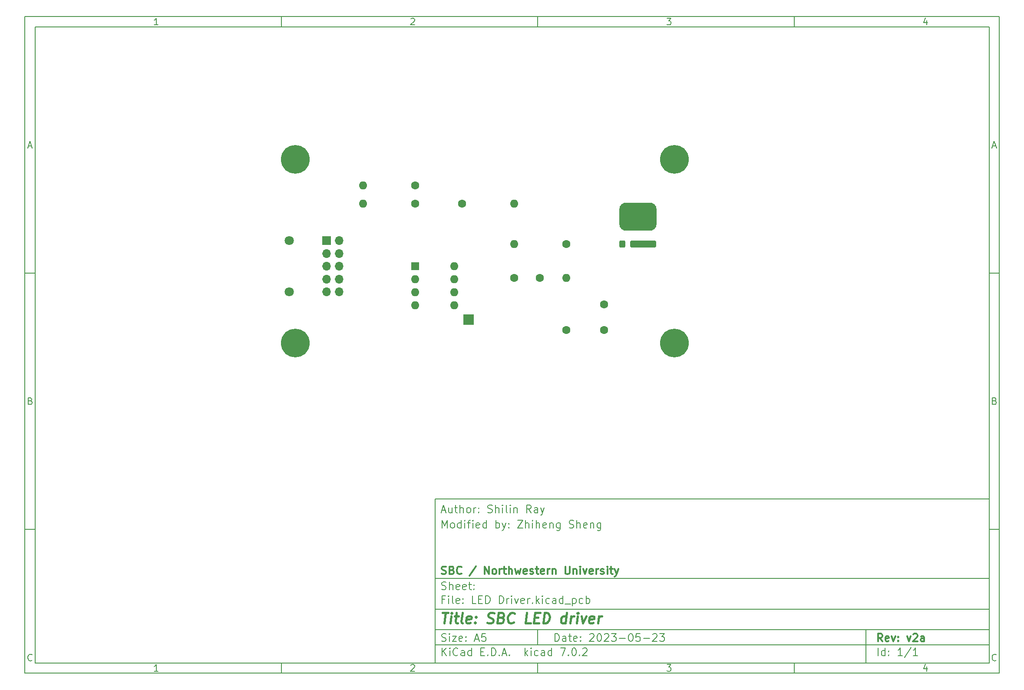
<source format=gts>
%TF.GenerationSoftware,KiCad,Pcbnew,7.0.2*%
%TF.CreationDate,2023-05-23T14:29:37-05:00*%
%TF.ProjectId,LED Driver,4c454420-4472-4697-9665-722e6b696361,v2a*%
%TF.SameCoordinates,Original*%
%TF.FileFunction,Soldermask,Top*%
%TF.FilePolarity,Negative*%
%FSLAX46Y46*%
G04 Gerber Fmt 4.6, Leading zero omitted, Abs format (unit mm)*
G04 Created by KiCad (PCBNEW 7.0.2) date 2023-05-23 14:29:37*
%MOMM*%
%LPD*%
G01*
G04 APERTURE LIST*
G04 Aperture macros list*
%AMRoundRect*
0 Rectangle with rounded corners*
0 $1 Rounding radius*
0 $2 $3 $4 $5 $6 $7 $8 $9 X,Y pos of 4 corners*
0 Add a 4 corners polygon primitive as box body*
4,1,4,$2,$3,$4,$5,$6,$7,$8,$9,$2,$3,0*
0 Add four circle primitives for the rounded corners*
1,1,$1+$1,$2,$3*
1,1,$1+$1,$4,$5*
1,1,$1+$1,$6,$7*
1,1,$1+$1,$8,$9*
0 Add four rect primitives between the rounded corners*
20,1,$1+$1,$2,$3,$4,$5,0*
20,1,$1+$1,$4,$5,$6,$7,0*
20,1,$1+$1,$6,$7,$8,$9,0*
20,1,$1+$1,$8,$9,$2,$3,0*%
G04 Aperture macros list end*
%ADD10C,0.100000*%
%ADD11C,0.150000*%
%ADD12C,0.300000*%
%ADD13C,0.400000*%
%ADD14C,1.600000*%
%ADD15O,1.600000X1.600000*%
%ADD16C,5.600000*%
%ADD17R,1.600000X1.600000*%
%ADD18R,2.000000X2.000000*%
%ADD19RoundRect,0.300000X-0.300000X-0.400000X0.300000X-0.400000X0.300000X0.400000X-0.300000X0.400000X0*%
%ADD20RoundRect,0.350000X-2.200000X-0.350000X2.200000X-0.350000X2.200000X0.350000X-2.200000X0.350000X0*%
%ADD21C,1.700000*%
%ADD22RoundRect,1.375000X-2.275000X-1.375000X2.275000X-1.375000X2.275000X1.375000X-2.275000X1.375000X0*%
%ADD23C,1.800000*%
%ADD24R,1.700000X1.700000*%
%ADD25O,1.700000X1.700000*%
G04 APERTURE END LIST*
D10*
D11*
X90007200Y-104005800D02*
X198007200Y-104005800D01*
X198007200Y-136005800D01*
X90007200Y-136005800D01*
X90007200Y-104005800D01*
D10*
D11*
X10000000Y-10000000D02*
X200007200Y-10000000D01*
X200007200Y-138005800D01*
X10000000Y-138005800D01*
X10000000Y-10000000D01*
D10*
D11*
X12000000Y-12000000D02*
X198007200Y-12000000D01*
X198007200Y-136005800D01*
X12000000Y-136005800D01*
X12000000Y-12000000D01*
D10*
D11*
X60000000Y-12000000D02*
X60000000Y-10000000D01*
D10*
D11*
X110000000Y-12000000D02*
X110000000Y-10000000D01*
D10*
D11*
X160000000Y-12000000D02*
X160000000Y-10000000D01*
D10*
D11*
X35990476Y-11601404D02*
X35247619Y-11601404D01*
X35619047Y-11601404D02*
X35619047Y-10301404D01*
X35619047Y-10301404D02*
X35495238Y-10487119D01*
X35495238Y-10487119D02*
X35371428Y-10610928D01*
X35371428Y-10610928D02*
X35247619Y-10672833D01*
D10*
D11*
X85247619Y-10425214D02*
X85309523Y-10363309D01*
X85309523Y-10363309D02*
X85433333Y-10301404D01*
X85433333Y-10301404D02*
X85742857Y-10301404D01*
X85742857Y-10301404D02*
X85866666Y-10363309D01*
X85866666Y-10363309D02*
X85928571Y-10425214D01*
X85928571Y-10425214D02*
X85990476Y-10549023D01*
X85990476Y-10549023D02*
X85990476Y-10672833D01*
X85990476Y-10672833D02*
X85928571Y-10858547D01*
X85928571Y-10858547D02*
X85185714Y-11601404D01*
X85185714Y-11601404D02*
X85990476Y-11601404D01*
D10*
D11*
X135185714Y-10301404D02*
X135990476Y-10301404D01*
X135990476Y-10301404D02*
X135557142Y-10796642D01*
X135557142Y-10796642D02*
X135742857Y-10796642D01*
X135742857Y-10796642D02*
X135866666Y-10858547D01*
X135866666Y-10858547D02*
X135928571Y-10920452D01*
X135928571Y-10920452D02*
X135990476Y-11044261D01*
X135990476Y-11044261D02*
X135990476Y-11353785D01*
X135990476Y-11353785D02*
X135928571Y-11477595D01*
X135928571Y-11477595D02*
X135866666Y-11539500D01*
X135866666Y-11539500D02*
X135742857Y-11601404D01*
X135742857Y-11601404D02*
X135371428Y-11601404D01*
X135371428Y-11601404D02*
X135247619Y-11539500D01*
X135247619Y-11539500D02*
X135185714Y-11477595D01*
D10*
D11*
X185866666Y-10734738D02*
X185866666Y-11601404D01*
X185557142Y-10239500D02*
X185247619Y-11168071D01*
X185247619Y-11168071D02*
X186052380Y-11168071D01*
D10*
D11*
X60000000Y-136005800D02*
X60000000Y-138005800D01*
D10*
D11*
X110000000Y-136005800D02*
X110000000Y-138005800D01*
D10*
D11*
X160000000Y-136005800D02*
X160000000Y-138005800D01*
D10*
D11*
X35990476Y-137607204D02*
X35247619Y-137607204D01*
X35619047Y-137607204D02*
X35619047Y-136307204D01*
X35619047Y-136307204D02*
X35495238Y-136492919D01*
X35495238Y-136492919D02*
X35371428Y-136616728D01*
X35371428Y-136616728D02*
X35247619Y-136678633D01*
D10*
D11*
X85247619Y-136431014D02*
X85309523Y-136369109D01*
X85309523Y-136369109D02*
X85433333Y-136307204D01*
X85433333Y-136307204D02*
X85742857Y-136307204D01*
X85742857Y-136307204D02*
X85866666Y-136369109D01*
X85866666Y-136369109D02*
X85928571Y-136431014D01*
X85928571Y-136431014D02*
X85990476Y-136554823D01*
X85990476Y-136554823D02*
X85990476Y-136678633D01*
X85990476Y-136678633D02*
X85928571Y-136864347D01*
X85928571Y-136864347D02*
X85185714Y-137607204D01*
X85185714Y-137607204D02*
X85990476Y-137607204D01*
D10*
D11*
X135185714Y-136307204D02*
X135990476Y-136307204D01*
X135990476Y-136307204D02*
X135557142Y-136802442D01*
X135557142Y-136802442D02*
X135742857Y-136802442D01*
X135742857Y-136802442D02*
X135866666Y-136864347D01*
X135866666Y-136864347D02*
X135928571Y-136926252D01*
X135928571Y-136926252D02*
X135990476Y-137050061D01*
X135990476Y-137050061D02*
X135990476Y-137359585D01*
X135990476Y-137359585D02*
X135928571Y-137483395D01*
X135928571Y-137483395D02*
X135866666Y-137545300D01*
X135866666Y-137545300D02*
X135742857Y-137607204D01*
X135742857Y-137607204D02*
X135371428Y-137607204D01*
X135371428Y-137607204D02*
X135247619Y-137545300D01*
X135247619Y-137545300D02*
X135185714Y-137483395D01*
D10*
D11*
X185866666Y-136740538D02*
X185866666Y-137607204D01*
X185557142Y-136245300D02*
X185247619Y-137173871D01*
X185247619Y-137173871D02*
X186052380Y-137173871D01*
D10*
D11*
X10000000Y-60000000D02*
X12000000Y-60000000D01*
D10*
D11*
X10000000Y-110000000D02*
X12000000Y-110000000D01*
D10*
D11*
X10690476Y-35229976D02*
X11309523Y-35229976D01*
X10566666Y-35601404D02*
X10999999Y-34301404D01*
X10999999Y-34301404D02*
X11433333Y-35601404D01*
D10*
D11*
X11092857Y-84920452D02*
X11278571Y-84982357D01*
X11278571Y-84982357D02*
X11340476Y-85044261D01*
X11340476Y-85044261D02*
X11402380Y-85168071D01*
X11402380Y-85168071D02*
X11402380Y-85353785D01*
X11402380Y-85353785D02*
X11340476Y-85477595D01*
X11340476Y-85477595D02*
X11278571Y-85539500D01*
X11278571Y-85539500D02*
X11154761Y-85601404D01*
X11154761Y-85601404D02*
X10659523Y-85601404D01*
X10659523Y-85601404D02*
X10659523Y-84301404D01*
X10659523Y-84301404D02*
X11092857Y-84301404D01*
X11092857Y-84301404D02*
X11216666Y-84363309D01*
X11216666Y-84363309D02*
X11278571Y-84425214D01*
X11278571Y-84425214D02*
X11340476Y-84549023D01*
X11340476Y-84549023D02*
X11340476Y-84672833D01*
X11340476Y-84672833D02*
X11278571Y-84796642D01*
X11278571Y-84796642D02*
X11216666Y-84858547D01*
X11216666Y-84858547D02*
X11092857Y-84920452D01*
X11092857Y-84920452D02*
X10659523Y-84920452D01*
D10*
D11*
X11402380Y-135477595D02*
X11340476Y-135539500D01*
X11340476Y-135539500D02*
X11154761Y-135601404D01*
X11154761Y-135601404D02*
X11030952Y-135601404D01*
X11030952Y-135601404D02*
X10845238Y-135539500D01*
X10845238Y-135539500D02*
X10721428Y-135415690D01*
X10721428Y-135415690D02*
X10659523Y-135291880D01*
X10659523Y-135291880D02*
X10597619Y-135044261D01*
X10597619Y-135044261D02*
X10597619Y-134858547D01*
X10597619Y-134858547D02*
X10659523Y-134610928D01*
X10659523Y-134610928D02*
X10721428Y-134487119D01*
X10721428Y-134487119D02*
X10845238Y-134363309D01*
X10845238Y-134363309D02*
X11030952Y-134301404D01*
X11030952Y-134301404D02*
X11154761Y-134301404D01*
X11154761Y-134301404D02*
X11340476Y-134363309D01*
X11340476Y-134363309D02*
X11402380Y-134425214D01*
D10*
D11*
X200007200Y-60000000D02*
X198007200Y-60000000D01*
D10*
D11*
X200007200Y-110000000D02*
X198007200Y-110000000D01*
D10*
D11*
X198697676Y-35229976D02*
X199316723Y-35229976D01*
X198573866Y-35601404D02*
X199007199Y-34301404D01*
X199007199Y-34301404D02*
X199440533Y-35601404D01*
D10*
D11*
X199100057Y-84920452D02*
X199285771Y-84982357D01*
X199285771Y-84982357D02*
X199347676Y-85044261D01*
X199347676Y-85044261D02*
X199409580Y-85168071D01*
X199409580Y-85168071D02*
X199409580Y-85353785D01*
X199409580Y-85353785D02*
X199347676Y-85477595D01*
X199347676Y-85477595D02*
X199285771Y-85539500D01*
X199285771Y-85539500D02*
X199161961Y-85601404D01*
X199161961Y-85601404D02*
X198666723Y-85601404D01*
X198666723Y-85601404D02*
X198666723Y-84301404D01*
X198666723Y-84301404D02*
X199100057Y-84301404D01*
X199100057Y-84301404D02*
X199223866Y-84363309D01*
X199223866Y-84363309D02*
X199285771Y-84425214D01*
X199285771Y-84425214D02*
X199347676Y-84549023D01*
X199347676Y-84549023D02*
X199347676Y-84672833D01*
X199347676Y-84672833D02*
X199285771Y-84796642D01*
X199285771Y-84796642D02*
X199223866Y-84858547D01*
X199223866Y-84858547D02*
X199100057Y-84920452D01*
X199100057Y-84920452D02*
X198666723Y-84920452D01*
D10*
D11*
X199409580Y-135477595D02*
X199347676Y-135539500D01*
X199347676Y-135539500D02*
X199161961Y-135601404D01*
X199161961Y-135601404D02*
X199038152Y-135601404D01*
X199038152Y-135601404D02*
X198852438Y-135539500D01*
X198852438Y-135539500D02*
X198728628Y-135415690D01*
X198728628Y-135415690D02*
X198666723Y-135291880D01*
X198666723Y-135291880D02*
X198604819Y-135044261D01*
X198604819Y-135044261D02*
X198604819Y-134858547D01*
X198604819Y-134858547D02*
X198666723Y-134610928D01*
X198666723Y-134610928D02*
X198728628Y-134487119D01*
X198728628Y-134487119D02*
X198852438Y-134363309D01*
X198852438Y-134363309D02*
X199038152Y-134301404D01*
X199038152Y-134301404D02*
X199161961Y-134301404D01*
X199161961Y-134301404D02*
X199347676Y-134363309D01*
X199347676Y-134363309D02*
X199409580Y-134425214D01*
D10*
D11*
X113364342Y-131799728D02*
X113364342Y-130299728D01*
X113364342Y-130299728D02*
X113721485Y-130299728D01*
X113721485Y-130299728D02*
X113935771Y-130371157D01*
X113935771Y-130371157D02*
X114078628Y-130514014D01*
X114078628Y-130514014D02*
X114150057Y-130656871D01*
X114150057Y-130656871D02*
X114221485Y-130942585D01*
X114221485Y-130942585D02*
X114221485Y-131156871D01*
X114221485Y-131156871D02*
X114150057Y-131442585D01*
X114150057Y-131442585D02*
X114078628Y-131585442D01*
X114078628Y-131585442D02*
X113935771Y-131728300D01*
X113935771Y-131728300D02*
X113721485Y-131799728D01*
X113721485Y-131799728D02*
X113364342Y-131799728D01*
X115507200Y-131799728D02*
X115507200Y-131014014D01*
X115507200Y-131014014D02*
X115435771Y-130871157D01*
X115435771Y-130871157D02*
X115292914Y-130799728D01*
X115292914Y-130799728D02*
X115007200Y-130799728D01*
X115007200Y-130799728D02*
X114864342Y-130871157D01*
X115507200Y-131728300D02*
X115364342Y-131799728D01*
X115364342Y-131799728D02*
X115007200Y-131799728D01*
X115007200Y-131799728D02*
X114864342Y-131728300D01*
X114864342Y-131728300D02*
X114792914Y-131585442D01*
X114792914Y-131585442D02*
X114792914Y-131442585D01*
X114792914Y-131442585D02*
X114864342Y-131299728D01*
X114864342Y-131299728D02*
X115007200Y-131228300D01*
X115007200Y-131228300D02*
X115364342Y-131228300D01*
X115364342Y-131228300D02*
X115507200Y-131156871D01*
X116007200Y-130799728D02*
X116578628Y-130799728D01*
X116221485Y-130299728D02*
X116221485Y-131585442D01*
X116221485Y-131585442D02*
X116292914Y-131728300D01*
X116292914Y-131728300D02*
X116435771Y-131799728D01*
X116435771Y-131799728D02*
X116578628Y-131799728D01*
X117650057Y-131728300D02*
X117507200Y-131799728D01*
X117507200Y-131799728D02*
X117221486Y-131799728D01*
X117221486Y-131799728D02*
X117078628Y-131728300D01*
X117078628Y-131728300D02*
X117007200Y-131585442D01*
X117007200Y-131585442D02*
X117007200Y-131014014D01*
X117007200Y-131014014D02*
X117078628Y-130871157D01*
X117078628Y-130871157D02*
X117221486Y-130799728D01*
X117221486Y-130799728D02*
X117507200Y-130799728D01*
X117507200Y-130799728D02*
X117650057Y-130871157D01*
X117650057Y-130871157D02*
X117721486Y-131014014D01*
X117721486Y-131014014D02*
X117721486Y-131156871D01*
X117721486Y-131156871D02*
X117007200Y-131299728D01*
X118364342Y-131656871D02*
X118435771Y-131728300D01*
X118435771Y-131728300D02*
X118364342Y-131799728D01*
X118364342Y-131799728D02*
X118292914Y-131728300D01*
X118292914Y-131728300D02*
X118364342Y-131656871D01*
X118364342Y-131656871D02*
X118364342Y-131799728D01*
X118364342Y-130871157D02*
X118435771Y-130942585D01*
X118435771Y-130942585D02*
X118364342Y-131014014D01*
X118364342Y-131014014D02*
X118292914Y-130942585D01*
X118292914Y-130942585D02*
X118364342Y-130871157D01*
X118364342Y-130871157D02*
X118364342Y-131014014D01*
X120150057Y-130442585D02*
X120221485Y-130371157D01*
X120221485Y-130371157D02*
X120364343Y-130299728D01*
X120364343Y-130299728D02*
X120721485Y-130299728D01*
X120721485Y-130299728D02*
X120864343Y-130371157D01*
X120864343Y-130371157D02*
X120935771Y-130442585D01*
X120935771Y-130442585D02*
X121007200Y-130585442D01*
X121007200Y-130585442D02*
X121007200Y-130728300D01*
X121007200Y-130728300D02*
X120935771Y-130942585D01*
X120935771Y-130942585D02*
X120078628Y-131799728D01*
X120078628Y-131799728D02*
X121007200Y-131799728D01*
X121935771Y-130299728D02*
X122078628Y-130299728D01*
X122078628Y-130299728D02*
X122221485Y-130371157D01*
X122221485Y-130371157D02*
X122292914Y-130442585D01*
X122292914Y-130442585D02*
X122364342Y-130585442D01*
X122364342Y-130585442D02*
X122435771Y-130871157D01*
X122435771Y-130871157D02*
X122435771Y-131228300D01*
X122435771Y-131228300D02*
X122364342Y-131514014D01*
X122364342Y-131514014D02*
X122292914Y-131656871D01*
X122292914Y-131656871D02*
X122221485Y-131728300D01*
X122221485Y-131728300D02*
X122078628Y-131799728D01*
X122078628Y-131799728D02*
X121935771Y-131799728D01*
X121935771Y-131799728D02*
X121792914Y-131728300D01*
X121792914Y-131728300D02*
X121721485Y-131656871D01*
X121721485Y-131656871D02*
X121650056Y-131514014D01*
X121650056Y-131514014D02*
X121578628Y-131228300D01*
X121578628Y-131228300D02*
X121578628Y-130871157D01*
X121578628Y-130871157D02*
X121650056Y-130585442D01*
X121650056Y-130585442D02*
X121721485Y-130442585D01*
X121721485Y-130442585D02*
X121792914Y-130371157D01*
X121792914Y-130371157D02*
X121935771Y-130299728D01*
X123007199Y-130442585D02*
X123078627Y-130371157D01*
X123078627Y-130371157D02*
X123221485Y-130299728D01*
X123221485Y-130299728D02*
X123578627Y-130299728D01*
X123578627Y-130299728D02*
X123721485Y-130371157D01*
X123721485Y-130371157D02*
X123792913Y-130442585D01*
X123792913Y-130442585D02*
X123864342Y-130585442D01*
X123864342Y-130585442D02*
X123864342Y-130728300D01*
X123864342Y-130728300D02*
X123792913Y-130942585D01*
X123792913Y-130942585D02*
X122935770Y-131799728D01*
X122935770Y-131799728D02*
X123864342Y-131799728D01*
X124364341Y-130299728D02*
X125292913Y-130299728D01*
X125292913Y-130299728D02*
X124792913Y-130871157D01*
X124792913Y-130871157D02*
X125007198Y-130871157D01*
X125007198Y-130871157D02*
X125150056Y-130942585D01*
X125150056Y-130942585D02*
X125221484Y-131014014D01*
X125221484Y-131014014D02*
X125292913Y-131156871D01*
X125292913Y-131156871D02*
X125292913Y-131514014D01*
X125292913Y-131514014D02*
X125221484Y-131656871D01*
X125221484Y-131656871D02*
X125150056Y-131728300D01*
X125150056Y-131728300D02*
X125007198Y-131799728D01*
X125007198Y-131799728D02*
X124578627Y-131799728D01*
X124578627Y-131799728D02*
X124435770Y-131728300D01*
X124435770Y-131728300D02*
X124364341Y-131656871D01*
X125935769Y-131228300D02*
X127078627Y-131228300D01*
X128078627Y-130299728D02*
X128221484Y-130299728D01*
X128221484Y-130299728D02*
X128364341Y-130371157D01*
X128364341Y-130371157D02*
X128435770Y-130442585D01*
X128435770Y-130442585D02*
X128507198Y-130585442D01*
X128507198Y-130585442D02*
X128578627Y-130871157D01*
X128578627Y-130871157D02*
X128578627Y-131228300D01*
X128578627Y-131228300D02*
X128507198Y-131514014D01*
X128507198Y-131514014D02*
X128435770Y-131656871D01*
X128435770Y-131656871D02*
X128364341Y-131728300D01*
X128364341Y-131728300D02*
X128221484Y-131799728D01*
X128221484Y-131799728D02*
X128078627Y-131799728D01*
X128078627Y-131799728D02*
X127935770Y-131728300D01*
X127935770Y-131728300D02*
X127864341Y-131656871D01*
X127864341Y-131656871D02*
X127792912Y-131514014D01*
X127792912Y-131514014D02*
X127721484Y-131228300D01*
X127721484Y-131228300D02*
X127721484Y-130871157D01*
X127721484Y-130871157D02*
X127792912Y-130585442D01*
X127792912Y-130585442D02*
X127864341Y-130442585D01*
X127864341Y-130442585D02*
X127935770Y-130371157D01*
X127935770Y-130371157D02*
X128078627Y-130299728D01*
X129935769Y-130299728D02*
X129221483Y-130299728D01*
X129221483Y-130299728D02*
X129150055Y-131014014D01*
X129150055Y-131014014D02*
X129221483Y-130942585D01*
X129221483Y-130942585D02*
X129364341Y-130871157D01*
X129364341Y-130871157D02*
X129721483Y-130871157D01*
X129721483Y-130871157D02*
X129864341Y-130942585D01*
X129864341Y-130942585D02*
X129935769Y-131014014D01*
X129935769Y-131014014D02*
X130007198Y-131156871D01*
X130007198Y-131156871D02*
X130007198Y-131514014D01*
X130007198Y-131514014D02*
X129935769Y-131656871D01*
X129935769Y-131656871D02*
X129864341Y-131728300D01*
X129864341Y-131728300D02*
X129721483Y-131799728D01*
X129721483Y-131799728D02*
X129364341Y-131799728D01*
X129364341Y-131799728D02*
X129221483Y-131728300D01*
X129221483Y-131728300D02*
X129150055Y-131656871D01*
X130650054Y-131228300D02*
X131792912Y-131228300D01*
X132435769Y-130442585D02*
X132507197Y-130371157D01*
X132507197Y-130371157D02*
X132650055Y-130299728D01*
X132650055Y-130299728D02*
X133007197Y-130299728D01*
X133007197Y-130299728D02*
X133150055Y-130371157D01*
X133150055Y-130371157D02*
X133221483Y-130442585D01*
X133221483Y-130442585D02*
X133292912Y-130585442D01*
X133292912Y-130585442D02*
X133292912Y-130728300D01*
X133292912Y-130728300D02*
X133221483Y-130942585D01*
X133221483Y-130942585D02*
X132364340Y-131799728D01*
X132364340Y-131799728D02*
X133292912Y-131799728D01*
X133792911Y-130299728D02*
X134721483Y-130299728D01*
X134721483Y-130299728D02*
X134221483Y-130871157D01*
X134221483Y-130871157D02*
X134435768Y-130871157D01*
X134435768Y-130871157D02*
X134578626Y-130942585D01*
X134578626Y-130942585D02*
X134650054Y-131014014D01*
X134650054Y-131014014D02*
X134721483Y-131156871D01*
X134721483Y-131156871D02*
X134721483Y-131514014D01*
X134721483Y-131514014D02*
X134650054Y-131656871D01*
X134650054Y-131656871D02*
X134578626Y-131728300D01*
X134578626Y-131728300D02*
X134435768Y-131799728D01*
X134435768Y-131799728D02*
X134007197Y-131799728D01*
X134007197Y-131799728D02*
X133864340Y-131728300D01*
X133864340Y-131728300D02*
X133792911Y-131656871D01*
D10*
D11*
X90007200Y-132505800D02*
X198007200Y-132505800D01*
D10*
D11*
X91364342Y-134599728D02*
X91364342Y-133099728D01*
X92221485Y-134599728D02*
X91578628Y-133742585D01*
X92221485Y-133099728D02*
X91364342Y-133956871D01*
X92864342Y-134599728D02*
X92864342Y-133599728D01*
X92864342Y-133099728D02*
X92792914Y-133171157D01*
X92792914Y-133171157D02*
X92864342Y-133242585D01*
X92864342Y-133242585D02*
X92935771Y-133171157D01*
X92935771Y-133171157D02*
X92864342Y-133099728D01*
X92864342Y-133099728D02*
X92864342Y-133242585D01*
X94435771Y-134456871D02*
X94364343Y-134528300D01*
X94364343Y-134528300D02*
X94150057Y-134599728D01*
X94150057Y-134599728D02*
X94007200Y-134599728D01*
X94007200Y-134599728D02*
X93792914Y-134528300D01*
X93792914Y-134528300D02*
X93650057Y-134385442D01*
X93650057Y-134385442D02*
X93578628Y-134242585D01*
X93578628Y-134242585D02*
X93507200Y-133956871D01*
X93507200Y-133956871D02*
X93507200Y-133742585D01*
X93507200Y-133742585D02*
X93578628Y-133456871D01*
X93578628Y-133456871D02*
X93650057Y-133314014D01*
X93650057Y-133314014D02*
X93792914Y-133171157D01*
X93792914Y-133171157D02*
X94007200Y-133099728D01*
X94007200Y-133099728D02*
X94150057Y-133099728D01*
X94150057Y-133099728D02*
X94364343Y-133171157D01*
X94364343Y-133171157D02*
X94435771Y-133242585D01*
X95721486Y-134599728D02*
X95721486Y-133814014D01*
X95721486Y-133814014D02*
X95650057Y-133671157D01*
X95650057Y-133671157D02*
X95507200Y-133599728D01*
X95507200Y-133599728D02*
X95221486Y-133599728D01*
X95221486Y-133599728D02*
X95078628Y-133671157D01*
X95721486Y-134528300D02*
X95578628Y-134599728D01*
X95578628Y-134599728D02*
X95221486Y-134599728D01*
X95221486Y-134599728D02*
X95078628Y-134528300D01*
X95078628Y-134528300D02*
X95007200Y-134385442D01*
X95007200Y-134385442D02*
X95007200Y-134242585D01*
X95007200Y-134242585D02*
X95078628Y-134099728D01*
X95078628Y-134099728D02*
X95221486Y-134028300D01*
X95221486Y-134028300D02*
X95578628Y-134028300D01*
X95578628Y-134028300D02*
X95721486Y-133956871D01*
X97078629Y-134599728D02*
X97078629Y-133099728D01*
X97078629Y-134528300D02*
X96935771Y-134599728D01*
X96935771Y-134599728D02*
X96650057Y-134599728D01*
X96650057Y-134599728D02*
X96507200Y-134528300D01*
X96507200Y-134528300D02*
X96435771Y-134456871D01*
X96435771Y-134456871D02*
X96364343Y-134314014D01*
X96364343Y-134314014D02*
X96364343Y-133885442D01*
X96364343Y-133885442D02*
X96435771Y-133742585D01*
X96435771Y-133742585D02*
X96507200Y-133671157D01*
X96507200Y-133671157D02*
X96650057Y-133599728D01*
X96650057Y-133599728D02*
X96935771Y-133599728D01*
X96935771Y-133599728D02*
X97078629Y-133671157D01*
X98935771Y-133814014D02*
X99435771Y-133814014D01*
X99650057Y-134599728D02*
X98935771Y-134599728D01*
X98935771Y-134599728D02*
X98935771Y-133099728D01*
X98935771Y-133099728D02*
X99650057Y-133099728D01*
X100292914Y-134456871D02*
X100364343Y-134528300D01*
X100364343Y-134528300D02*
X100292914Y-134599728D01*
X100292914Y-134599728D02*
X100221486Y-134528300D01*
X100221486Y-134528300D02*
X100292914Y-134456871D01*
X100292914Y-134456871D02*
X100292914Y-134599728D01*
X101007200Y-134599728D02*
X101007200Y-133099728D01*
X101007200Y-133099728D02*
X101364343Y-133099728D01*
X101364343Y-133099728D02*
X101578629Y-133171157D01*
X101578629Y-133171157D02*
X101721486Y-133314014D01*
X101721486Y-133314014D02*
X101792915Y-133456871D01*
X101792915Y-133456871D02*
X101864343Y-133742585D01*
X101864343Y-133742585D02*
X101864343Y-133956871D01*
X101864343Y-133956871D02*
X101792915Y-134242585D01*
X101792915Y-134242585D02*
X101721486Y-134385442D01*
X101721486Y-134385442D02*
X101578629Y-134528300D01*
X101578629Y-134528300D02*
X101364343Y-134599728D01*
X101364343Y-134599728D02*
X101007200Y-134599728D01*
X102507200Y-134456871D02*
X102578629Y-134528300D01*
X102578629Y-134528300D02*
X102507200Y-134599728D01*
X102507200Y-134599728D02*
X102435772Y-134528300D01*
X102435772Y-134528300D02*
X102507200Y-134456871D01*
X102507200Y-134456871D02*
X102507200Y-134599728D01*
X103150058Y-134171157D02*
X103864344Y-134171157D01*
X103007201Y-134599728D02*
X103507201Y-133099728D01*
X103507201Y-133099728D02*
X104007201Y-134599728D01*
X104507200Y-134456871D02*
X104578629Y-134528300D01*
X104578629Y-134528300D02*
X104507200Y-134599728D01*
X104507200Y-134599728D02*
X104435772Y-134528300D01*
X104435772Y-134528300D02*
X104507200Y-134456871D01*
X104507200Y-134456871D02*
X104507200Y-134599728D01*
X107507200Y-134599728D02*
X107507200Y-133099728D01*
X107650058Y-134028300D02*
X108078629Y-134599728D01*
X108078629Y-133599728D02*
X107507200Y-134171157D01*
X108721486Y-134599728D02*
X108721486Y-133599728D01*
X108721486Y-133099728D02*
X108650058Y-133171157D01*
X108650058Y-133171157D02*
X108721486Y-133242585D01*
X108721486Y-133242585D02*
X108792915Y-133171157D01*
X108792915Y-133171157D02*
X108721486Y-133099728D01*
X108721486Y-133099728D02*
X108721486Y-133242585D01*
X110078630Y-134528300D02*
X109935772Y-134599728D01*
X109935772Y-134599728D02*
X109650058Y-134599728D01*
X109650058Y-134599728D02*
X109507201Y-134528300D01*
X109507201Y-134528300D02*
X109435772Y-134456871D01*
X109435772Y-134456871D02*
X109364344Y-134314014D01*
X109364344Y-134314014D02*
X109364344Y-133885442D01*
X109364344Y-133885442D02*
X109435772Y-133742585D01*
X109435772Y-133742585D02*
X109507201Y-133671157D01*
X109507201Y-133671157D02*
X109650058Y-133599728D01*
X109650058Y-133599728D02*
X109935772Y-133599728D01*
X109935772Y-133599728D02*
X110078630Y-133671157D01*
X111364344Y-134599728D02*
X111364344Y-133814014D01*
X111364344Y-133814014D02*
X111292915Y-133671157D01*
X111292915Y-133671157D02*
X111150058Y-133599728D01*
X111150058Y-133599728D02*
X110864344Y-133599728D01*
X110864344Y-133599728D02*
X110721486Y-133671157D01*
X111364344Y-134528300D02*
X111221486Y-134599728D01*
X111221486Y-134599728D02*
X110864344Y-134599728D01*
X110864344Y-134599728D02*
X110721486Y-134528300D01*
X110721486Y-134528300D02*
X110650058Y-134385442D01*
X110650058Y-134385442D02*
X110650058Y-134242585D01*
X110650058Y-134242585D02*
X110721486Y-134099728D01*
X110721486Y-134099728D02*
X110864344Y-134028300D01*
X110864344Y-134028300D02*
X111221486Y-134028300D01*
X111221486Y-134028300D02*
X111364344Y-133956871D01*
X112721487Y-134599728D02*
X112721487Y-133099728D01*
X112721487Y-134528300D02*
X112578629Y-134599728D01*
X112578629Y-134599728D02*
X112292915Y-134599728D01*
X112292915Y-134599728D02*
X112150058Y-134528300D01*
X112150058Y-134528300D02*
X112078629Y-134456871D01*
X112078629Y-134456871D02*
X112007201Y-134314014D01*
X112007201Y-134314014D02*
X112007201Y-133885442D01*
X112007201Y-133885442D02*
X112078629Y-133742585D01*
X112078629Y-133742585D02*
X112150058Y-133671157D01*
X112150058Y-133671157D02*
X112292915Y-133599728D01*
X112292915Y-133599728D02*
X112578629Y-133599728D01*
X112578629Y-133599728D02*
X112721487Y-133671157D01*
X114435772Y-133099728D02*
X115435772Y-133099728D01*
X115435772Y-133099728D02*
X114792915Y-134599728D01*
X116007200Y-134456871D02*
X116078629Y-134528300D01*
X116078629Y-134528300D02*
X116007200Y-134599728D01*
X116007200Y-134599728D02*
X115935772Y-134528300D01*
X115935772Y-134528300D02*
X116007200Y-134456871D01*
X116007200Y-134456871D02*
X116007200Y-134599728D01*
X117007201Y-133099728D02*
X117150058Y-133099728D01*
X117150058Y-133099728D02*
X117292915Y-133171157D01*
X117292915Y-133171157D02*
X117364344Y-133242585D01*
X117364344Y-133242585D02*
X117435772Y-133385442D01*
X117435772Y-133385442D02*
X117507201Y-133671157D01*
X117507201Y-133671157D02*
X117507201Y-134028300D01*
X117507201Y-134028300D02*
X117435772Y-134314014D01*
X117435772Y-134314014D02*
X117364344Y-134456871D01*
X117364344Y-134456871D02*
X117292915Y-134528300D01*
X117292915Y-134528300D02*
X117150058Y-134599728D01*
X117150058Y-134599728D02*
X117007201Y-134599728D01*
X117007201Y-134599728D02*
X116864344Y-134528300D01*
X116864344Y-134528300D02*
X116792915Y-134456871D01*
X116792915Y-134456871D02*
X116721486Y-134314014D01*
X116721486Y-134314014D02*
X116650058Y-134028300D01*
X116650058Y-134028300D02*
X116650058Y-133671157D01*
X116650058Y-133671157D02*
X116721486Y-133385442D01*
X116721486Y-133385442D02*
X116792915Y-133242585D01*
X116792915Y-133242585D02*
X116864344Y-133171157D01*
X116864344Y-133171157D02*
X117007201Y-133099728D01*
X118150057Y-134456871D02*
X118221486Y-134528300D01*
X118221486Y-134528300D02*
X118150057Y-134599728D01*
X118150057Y-134599728D02*
X118078629Y-134528300D01*
X118078629Y-134528300D02*
X118150057Y-134456871D01*
X118150057Y-134456871D02*
X118150057Y-134599728D01*
X118792915Y-133242585D02*
X118864343Y-133171157D01*
X118864343Y-133171157D02*
X119007201Y-133099728D01*
X119007201Y-133099728D02*
X119364343Y-133099728D01*
X119364343Y-133099728D02*
X119507201Y-133171157D01*
X119507201Y-133171157D02*
X119578629Y-133242585D01*
X119578629Y-133242585D02*
X119650058Y-133385442D01*
X119650058Y-133385442D02*
X119650058Y-133528300D01*
X119650058Y-133528300D02*
X119578629Y-133742585D01*
X119578629Y-133742585D02*
X118721486Y-134599728D01*
X118721486Y-134599728D02*
X119650058Y-134599728D01*
D10*
D11*
X90007200Y-129505800D02*
X198007200Y-129505800D01*
D10*
D12*
X177221485Y-131799728D02*
X176721485Y-131085442D01*
X176364342Y-131799728D02*
X176364342Y-130299728D01*
X176364342Y-130299728D02*
X176935771Y-130299728D01*
X176935771Y-130299728D02*
X177078628Y-130371157D01*
X177078628Y-130371157D02*
X177150057Y-130442585D01*
X177150057Y-130442585D02*
X177221485Y-130585442D01*
X177221485Y-130585442D02*
X177221485Y-130799728D01*
X177221485Y-130799728D02*
X177150057Y-130942585D01*
X177150057Y-130942585D02*
X177078628Y-131014014D01*
X177078628Y-131014014D02*
X176935771Y-131085442D01*
X176935771Y-131085442D02*
X176364342Y-131085442D01*
X178435771Y-131728300D02*
X178292914Y-131799728D01*
X178292914Y-131799728D02*
X178007200Y-131799728D01*
X178007200Y-131799728D02*
X177864342Y-131728300D01*
X177864342Y-131728300D02*
X177792914Y-131585442D01*
X177792914Y-131585442D02*
X177792914Y-131014014D01*
X177792914Y-131014014D02*
X177864342Y-130871157D01*
X177864342Y-130871157D02*
X178007200Y-130799728D01*
X178007200Y-130799728D02*
X178292914Y-130799728D01*
X178292914Y-130799728D02*
X178435771Y-130871157D01*
X178435771Y-130871157D02*
X178507200Y-131014014D01*
X178507200Y-131014014D02*
X178507200Y-131156871D01*
X178507200Y-131156871D02*
X177792914Y-131299728D01*
X179007199Y-130799728D02*
X179364342Y-131799728D01*
X179364342Y-131799728D02*
X179721485Y-130799728D01*
X180292913Y-131656871D02*
X180364342Y-131728300D01*
X180364342Y-131728300D02*
X180292913Y-131799728D01*
X180292913Y-131799728D02*
X180221485Y-131728300D01*
X180221485Y-131728300D02*
X180292913Y-131656871D01*
X180292913Y-131656871D02*
X180292913Y-131799728D01*
X180292913Y-130871157D02*
X180364342Y-130942585D01*
X180364342Y-130942585D02*
X180292913Y-131014014D01*
X180292913Y-131014014D02*
X180221485Y-130942585D01*
X180221485Y-130942585D02*
X180292913Y-130871157D01*
X180292913Y-130871157D02*
X180292913Y-131014014D01*
X182007199Y-130799728D02*
X182364342Y-131799728D01*
X182364342Y-131799728D02*
X182721485Y-130799728D01*
X183221485Y-130442585D02*
X183292913Y-130371157D01*
X183292913Y-130371157D02*
X183435771Y-130299728D01*
X183435771Y-130299728D02*
X183792913Y-130299728D01*
X183792913Y-130299728D02*
X183935771Y-130371157D01*
X183935771Y-130371157D02*
X184007199Y-130442585D01*
X184007199Y-130442585D02*
X184078628Y-130585442D01*
X184078628Y-130585442D02*
X184078628Y-130728300D01*
X184078628Y-130728300D02*
X184007199Y-130942585D01*
X184007199Y-130942585D02*
X183150056Y-131799728D01*
X183150056Y-131799728D02*
X184078628Y-131799728D01*
X185364342Y-131799728D02*
X185364342Y-131014014D01*
X185364342Y-131014014D02*
X185292913Y-130871157D01*
X185292913Y-130871157D02*
X185150056Y-130799728D01*
X185150056Y-130799728D02*
X184864342Y-130799728D01*
X184864342Y-130799728D02*
X184721484Y-130871157D01*
X185364342Y-131728300D02*
X185221484Y-131799728D01*
X185221484Y-131799728D02*
X184864342Y-131799728D01*
X184864342Y-131799728D02*
X184721484Y-131728300D01*
X184721484Y-131728300D02*
X184650056Y-131585442D01*
X184650056Y-131585442D02*
X184650056Y-131442585D01*
X184650056Y-131442585D02*
X184721484Y-131299728D01*
X184721484Y-131299728D02*
X184864342Y-131228300D01*
X184864342Y-131228300D02*
X185221484Y-131228300D01*
X185221484Y-131228300D02*
X185364342Y-131156871D01*
D10*
D11*
X91292914Y-131728300D02*
X91507200Y-131799728D01*
X91507200Y-131799728D02*
X91864342Y-131799728D01*
X91864342Y-131799728D02*
X92007200Y-131728300D01*
X92007200Y-131728300D02*
X92078628Y-131656871D01*
X92078628Y-131656871D02*
X92150057Y-131514014D01*
X92150057Y-131514014D02*
X92150057Y-131371157D01*
X92150057Y-131371157D02*
X92078628Y-131228300D01*
X92078628Y-131228300D02*
X92007200Y-131156871D01*
X92007200Y-131156871D02*
X91864342Y-131085442D01*
X91864342Y-131085442D02*
X91578628Y-131014014D01*
X91578628Y-131014014D02*
X91435771Y-130942585D01*
X91435771Y-130942585D02*
X91364342Y-130871157D01*
X91364342Y-130871157D02*
X91292914Y-130728300D01*
X91292914Y-130728300D02*
X91292914Y-130585442D01*
X91292914Y-130585442D02*
X91364342Y-130442585D01*
X91364342Y-130442585D02*
X91435771Y-130371157D01*
X91435771Y-130371157D02*
X91578628Y-130299728D01*
X91578628Y-130299728D02*
X91935771Y-130299728D01*
X91935771Y-130299728D02*
X92150057Y-130371157D01*
X92792913Y-131799728D02*
X92792913Y-130799728D01*
X92792913Y-130299728D02*
X92721485Y-130371157D01*
X92721485Y-130371157D02*
X92792913Y-130442585D01*
X92792913Y-130442585D02*
X92864342Y-130371157D01*
X92864342Y-130371157D02*
X92792913Y-130299728D01*
X92792913Y-130299728D02*
X92792913Y-130442585D01*
X93364342Y-130799728D02*
X94150057Y-130799728D01*
X94150057Y-130799728D02*
X93364342Y-131799728D01*
X93364342Y-131799728D02*
X94150057Y-131799728D01*
X95292914Y-131728300D02*
X95150057Y-131799728D01*
X95150057Y-131799728D02*
X94864343Y-131799728D01*
X94864343Y-131799728D02*
X94721485Y-131728300D01*
X94721485Y-131728300D02*
X94650057Y-131585442D01*
X94650057Y-131585442D02*
X94650057Y-131014014D01*
X94650057Y-131014014D02*
X94721485Y-130871157D01*
X94721485Y-130871157D02*
X94864343Y-130799728D01*
X94864343Y-130799728D02*
X95150057Y-130799728D01*
X95150057Y-130799728D02*
X95292914Y-130871157D01*
X95292914Y-130871157D02*
X95364343Y-131014014D01*
X95364343Y-131014014D02*
X95364343Y-131156871D01*
X95364343Y-131156871D02*
X94650057Y-131299728D01*
X96007199Y-131656871D02*
X96078628Y-131728300D01*
X96078628Y-131728300D02*
X96007199Y-131799728D01*
X96007199Y-131799728D02*
X95935771Y-131728300D01*
X95935771Y-131728300D02*
X96007199Y-131656871D01*
X96007199Y-131656871D02*
X96007199Y-131799728D01*
X96007199Y-130871157D02*
X96078628Y-130942585D01*
X96078628Y-130942585D02*
X96007199Y-131014014D01*
X96007199Y-131014014D02*
X95935771Y-130942585D01*
X95935771Y-130942585D02*
X96007199Y-130871157D01*
X96007199Y-130871157D02*
X96007199Y-131014014D01*
X97792914Y-131371157D02*
X98507200Y-131371157D01*
X97650057Y-131799728D02*
X98150057Y-130299728D01*
X98150057Y-130299728D02*
X98650057Y-131799728D01*
X99864342Y-130299728D02*
X99150056Y-130299728D01*
X99150056Y-130299728D02*
X99078628Y-131014014D01*
X99078628Y-131014014D02*
X99150056Y-130942585D01*
X99150056Y-130942585D02*
X99292914Y-130871157D01*
X99292914Y-130871157D02*
X99650056Y-130871157D01*
X99650056Y-130871157D02*
X99792914Y-130942585D01*
X99792914Y-130942585D02*
X99864342Y-131014014D01*
X99864342Y-131014014D02*
X99935771Y-131156871D01*
X99935771Y-131156871D02*
X99935771Y-131514014D01*
X99935771Y-131514014D02*
X99864342Y-131656871D01*
X99864342Y-131656871D02*
X99792914Y-131728300D01*
X99792914Y-131728300D02*
X99650056Y-131799728D01*
X99650056Y-131799728D02*
X99292914Y-131799728D01*
X99292914Y-131799728D02*
X99150056Y-131728300D01*
X99150056Y-131728300D02*
X99078628Y-131656871D01*
D10*
D11*
X176364342Y-134599728D02*
X176364342Y-133099728D01*
X177721486Y-134599728D02*
X177721486Y-133099728D01*
X177721486Y-134528300D02*
X177578628Y-134599728D01*
X177578628Y-134599728D02*
X177292914Y-134599728D01*
X177292914Y-134599728D02*
X177150057Y-134528300D01*
X177150057Y-134528300D02*
X177078628Y-134456871D01*
X177078628Y-134456871D02*
X177007200Y-134314014D01*
X177007200Y-134314014D02*
X177007200Y-133885442D01*
X177007200Y-133885442D02*
X177078628Y-133742585D01*
X177078628Y-133742585D02*
X177150057Y-133671157D01*
X177150057Y-133671157D02*
X177292914Y-133599728D01*
X177292914Y-133599728D02*
X177578628Y-133599728D01*
X177578628Y-133599728D02*
X177721486Y-133671157D01*
X178435771Y-134456871D02*
X178507200Y-134528300D01*
X178507200Y-134528300D02*
X178435771Y-134599728D01*
X178435771Y-134599728D02*
X178364343Y-134528300D01*
X178364343Y-134528300D02*
X178435771Y-134456871D01*
X178435771Y-134456871D02*
X178435771Y-134599728D01*
X178435771Y-133671157D02*
X178507200Y-133742585D01*
X178507200Y-133742585D02*
X178435771Y-133814014D01*
X178435771Y-133814014D02*
X178364343Y-133742585D01*
X178364343Y-133742585D02*
X178435771Y-133671157D01*
X178435771Y-133671157D02*
X178435771Y-133814014D01*
X181078629Y-134599728D02*
X180221486Y-134599728D01*
X180650057Y-134599728D02*
X180650057Y-133099728D01*
X180650057Y-133099728D02*
X180507200Y-133314014D01*
X180507200Y-133314014D02*
X180364343Y-133456871D01*
X180364343Y-133456871D02*
X180221486Y-133528300D01*
X182792914Y-133028300D02*
X181507200Y-134956871D01*
X184078629Y-134599728D02*
X183221486Y-134599728D01*
X183650057Y-134599728D02*
X183650057Y-133099728D01*
X183650057Y-133099728D02*
X183507200Y-133314014D01*
X183507200Y-133314014D02*
X183364343Y-133456871D01*
X183364343Y-133456871D02*
X183221486Y-133528300D01*
D10*
D11*
X90007200Y-125505800D02*
X198007200Y-125505800D01*
D10*
D13*
X91435771Y-126231038D02*
X92578628Y-126231038D01*
X91757200Y-128231038D02*
X92007200Y-126231038D01*
X92983390Y-128231038D02*
X93150057Y-126897704D01*
X93233390Y-126231038D02*
X93126247Y-126326276D01*
X93126247Y-126326276D02*
X93209581Y-126421514D01*
X93209581Y-126421514D02*
X93316724Y-126326276D01*
X93316724Y-126326276D02*
X93233390Y-126231038D01*
X93233390Y-126231038D02*
X93209581Y-126421514D01*
X93804819Y-126897704D02*
X94566723Y-126897704D01*
X94173866Y-126231038D02*
X93959581Y-127945323D01*
X93959581Y-127945323D02*
X94031009Y-128135800D01*
X94031009Y-128135800D02*
X94209581Y-128231038D01*
X94209581Y-128231038D02*
X94400057Y-128231038D01*
X95340533Y-128231038D02*
X95161961Y-128135800D01*
X95161961Y-128135800D02*
X95090533Y-127945323D01*
X95090533Y-127945323D02*
X95304818Y-126231038D01*
X96864342Y-128135800D02*
X96661961Y-128231038D01*
X96661961Y-128231038D02*
X96281008Y-128231038D01*
X96281008Y-128231038D02*
X96102437Y-128135800D01*
X96102437Y-128135800D02*
X96031008Y-127945323D01*
X96031008Y-127945323D02*
X96126247Y-127183419D01*
X96126247Y-127183419D02*
X96245294Y-126992942D01*
X96245294Y-126992942D02*
X96447675Y-126897704D01*
X96447675Y-126897704D02*
X96828627Y-126897704D01*
X96828627Y-126897704D02*
X97007199Y-126992942D01*
X97007199Y-126992942D02*
X97078627Y-127183419D01*
X97078627Y-127183419D02*
X97054818Y-127373895D01*
X97054818Y-127373895D02*
X96078627Y-127564371D01*
X97816723Y-128040561D02*
X97900056Y-128135800D01*
X97900056Y-128135800D02*
X97792913Y-128231038D01*
X97792913Y-128231038D02*
X97709580Y-128135800D01*
X97709580Y-128135800D02*
X97816723Y-128040561D01*
X97816723Y-128040561D02*
X97792913Y-128231038D01*
X97947675Y-126992942D02*
X98031008Y-127088180D01*
X98031008Y-127088180D02*
X97923866Y-127183419D01*
X97923866Y-127183419D02*
X97840532Y-127088180D01*
X97840532Y-127088180D02*
X97947675Y-126992942D01*
X97947675Y-126992942D02*
X97923866Y-127183419D01*
X100173866Y-128135800D02*
X100447675Y-128231038D01*
X100447675Y-128231038D02*
X100923866Y-128231038D01*
X100923866Y-128231038D02*
X101126247Y-128135800D01*
X101126247Y-128135800D02*
X101233390Y-128040561D01*
X101233390Y-128040561D02*
X101352437Y-127850085D01*
X101352437Y-127850085D02*
X101376247Y-127659609D01*
X101376247Y-127659609D02*
X101304818Y-127469133D01*
X101304818Y-127469133D02*
X101221485Y-127373895D01*
X101221485Y-127373895D02*
X101042914Y-127278657D01*
X101042914Y-127278657D02*
X100673866Y-127183419D01*
X100673866Y-127183419D02*
X100495294Y-127088180D01*
X100495294Y-127088180D02*
X100411961Y-126992942D01*
X100411961Y-126992942D02*
X100340533Y-126802466D01*
X100340533Y-126802466D02*
X100364342Y-126611990D01*
X100364342Y-126611990D02*
X100483390Y-126421514D01*
X100483390Y-126421514D02*
X100590533Y-126326276D01*
X100590533Y-126326276D02*
X100792914Y-126231038D01*
X100792914Y-126231038D02*
X101269104Y-126231038D01*
X101269104Y-126231038D02*
X101542914Y-126326276D01*
X102947675Y-127183419D02*
X103221485Y-127278657D01*
X103221485Y-127278657D02*
X103304818Y-127373895D01*
X103304818Y-127373895D02*
X103376247Y-127564371D01*
X103376247Y-127564371D02*
X103340532Y-127850085D01*
X103340532Y-127850085D02*
X103221485Y-128040561D01*
X103221485Y-128040561D02*
X103114342Y-128135800D01*
X103114342Y-128135800D02*
X102911961Y-128231038D01*
X102911961Y-128231038D02*
X102150056Y-128231038D01*
X102150056Y-128231038D02*
X102400056Y-126231038D01*
X102400056Y-126231038D02*
X103066723Y-126231038D01*
X103066723Y-126231038D02*
X103245294Y-126326276D01*
X103245294Y-126326276D02*
X103328628Y-126421514D01*
X103328628Y-126421514D02*
X103400056Y-126611990D01*
X103400056Y-126611990D02*
X103376247Y-126802466D01*
X103376247Y-126802466D02*
X103257199Y-126992942D01*
X103257199Y-126992942D02*
X103150056Y-127088180D01*
X103150056Y-127088180D02*
X102947675Y-127183419D01*
X102947675Y-127183419D02*
X102281009Y-127183419D01*
X105304818Y-128040561D02*
X105197675Y-128135800D01*
X105197675Y-128135800D02*
X104900056Y-128231038D01*
X104900056Y-128231038D02*
X104709580Y-128231038D01*
X104709580Y-128231038D02*
X104435770Y-128135800D01*
X104435770Y-128135800D02*
X104269104Y-127945323D01*
X104269104Y-127945323D02*
X104197675Y-127754847D01*
X104197675Y-127754847D02*
X104150056Y-127373895D01*
X104150056Y-127373895D02*
X104185770Y-127088180D01*
X104185770Y-127088180D02*
X104328627Y-126707228D01*
X104328627Y-126707228D02*
X104447675Y-126516752D01*
X104447675Y-126516752D02*
X104661961Y-126326276D01*
X104661961Y-126326276D02*
X104959580Y-126231038D01*
X104959580Y-126231038D02*
X105150056Y-126231038D01*
X105150056Y-126231038D02*
X105423866Y-126326276D01*
X105423866Y-126326276D02*
X105507199Y-126421514D01*
X108602437Y-128231038D02*
X107650056Y-128231038D01*
X107650056Y-128231038D02*
X107900056Y-126231038D01*
X109388152Y-127183419D02*
X110054818Y-127183419D01*
X110209580Y-128231038D02*
X109257199Y-128231038D01*
X109257199Y-128231038D02*
X109507199Y-126231038D01*
X109507199Y-126231038D02*
X110459580Y-126231038D01*
X111054818Y-128231038D02*
X111304818Y-126231038D01*
X111304818Y-126231038D02*
X111781009Y-126231038D01*
X111781009Y-126231038D02*
X112054818Y-126326276D01*
X112054818Y-126326276D02*
X112221485Y-126516752D01*
X112221485Y-126516752D02*
X112292913Y-126707228D01*
X112292913Y-126707228D02*
X112340533Y-127088180D01*
X112340533Y-127088180D02*
X112304818Y-127373895D01*
X112304818Y-127373895D02*
X112161961Y-127754847D01*
X112161961Y-127754847D02*
X112042913Y-127945323D01*
X112042913Y-127945323D02*
X111828628Y-128135800D01*
X111828628Y-128135800D02*
X111531009Y-128231038D01*
X111531009Y-128231038D02*
X111054818Y-128231038D01*
X115423866Y-128231038D02*
X115673866Y-126231038D01*
X115435771Y-128135800D02*
X115233390Y-128231038D01*
X115233390Y-128231038D02*
X114852438Y-128231038D01*
X114852438Y-128231038D02*
X114673866Y-128135800D01*
X114673866Y-128135800D02*
X114590533Y-128040561D01*
X114590533Y-128040561D02*
X114519104Y-127850085D01*
X114519104Y-127850085D02*
X114590533Y-127278657D01*
X114590533Y-127278657D02*
X114709580Y-127088180D01*
X114709580Y-127088180D02*
X114816723Y-126992942D01*
X114816723Y-126992942D02*
X115019104Y-126897704D01*
X115019104Y-126897704D02*
X115400057Y-126897704D01*
X115400057Y-126897704D02*
X115578628Y-126992942D01*
X116364342Y-128231038D02*
X116531009Y-126897704D01*
X116483390Y-127278657D02*
X116602437Y-127088180D01*
X116602437Y-127088180D02*
X116709580Y-126992942D01*
X116709580Y-126992942D02*
X116911961Y-126897704D01*
X116911961Y-126897704D02*
X117102437Y-126897704D01*
X117590532Y-128231038D02*
X117757199Y-126897704D01*
X117840532Y-126231038D02*
X117733389Y-126326276D01*
X117733389Y-126326276D02*
X117816723Y-126421514D01*
X117816723Y-126421514D02*
X117923866Y-126326276D01*
X117923866Y-126326276D02*
X117840532Y-126231038D01*
X117840532Y-126231038D02*
X117816723Y-126421514D01*
X118507199Y-126897704D02*
X118816723Y-128231038D01*
X118816723Y-128231038D02*
X119459580Y-126897704D01*
X120816723Y-128135800D02*
X120614342Y-128231038D01*
X120614342Y-128231038D02*
X120233389Y-128231038D01*
X120233389Y-128231038D02*
X120054818Y-128135800D01*
X120054818Y-128135800D02*
X119983389Y-127945323D01*
X119983389Y-127945323D02*
X120078628Y-127183419D01*
X120078628Y-127183419D02*
X120197675Y-126992942D01*
X120197675Y-126992942D02*
X120400056Y-126897704D01*
X120400056Y-126897704D02*
X120781008Y-126897704D01*
X120781008Y-126897704D02*
X120959580Y-126992942D01*
X120959580Y-126992942D02*
X121031008Y-127183419D01*
X121031008Y-127183419D02*
X121007199Y-127373895D01*
X121007199Y-127373895D02*
X120031008Y-127564371D01*
X121745294Y-128231038D02*
X121911961Y-126897704D01*
X121864342Y-127278657D02*
X121983389Y-127088180D01*
X121983389Y-127088180D02*
X122090532Y-126992942D01*
X122090532Y-126992942D02*
X122292913Y-126897704D01*
X122292913Y-126897704D02*
X122483389Y-126897704D01*
D10*
D11*
X91864342Y-123614014D02*
X91364342Y-123614014D01*
X91364342Y-124399728D02*
X91364342Y-122899728D01*
X91364342Y-122899728D02*
X92078628Y-122899728D01*
X92650056Y-124399728D02*
X92650056Y-123399728D01*
X92650056Y-122899728D02*
X92578628Y-122971157D01*
X92578628Y-122971157D02*
X92650056Y-123042585D01*
X92650056Y-123042585D02*
X92721485Y-122971157D01*
X92721485Y-122971157D02*
X92650056Y-122899728D01*
X92650056Y-122899728D02*
X92650056Y-123042585D01*
X93578628Y-124399728D02*
X93435771Y-124328300D01*
X93435771Y-124328300D02*
X93364342Y-124185442D01*
X93364342Y-124185442D02*
X93364342Y-122899728D01*
X94721485Y-124328300D02*
X94578628Y-124399728D01*
X94578628Y-124399728D02*
X94292914Y-124399728D01*
X94292914Y-124399728D02*
X94150056Y-124328300D01*
X94150056Y-124328300D02*
X94078628Y-124185442D01*
X94078628Y-124185442D02*
X94078628Y-123614014D01*
X94078628Y-123614014D02*
X94150056Y-123471157D01*
X94150056Y-123471157D02*
X94292914Y-123399728D01*
X94292914Y-123399728D02*
X94578628Y-123399728D01*
X94578628Y-123399728D02*
X94721485Y-123471157D01*
X94721485Y-123471157D02*
X94792914Y-123614014D01*
X94792914Y-123614014D02*
X94792914Y-123756871D01*
X94792914Y-123756871D02*
X94078628Y-123899728D01*
X95435770Y-124256871D02*
X95507199Y-124328300D01*
X95507199Y-124328300D02*
X95435770Y-124399728D01*
X95435770Y-124399728D02*
X95364342Y-124328300D01*
X95364342Y-124328300D02*
X95435770Y-124256871D01*
X95435770Y-124256871D02*
X95435770Y-124399728D01*
X95435770Y-123471157D02*
X95507199Y-123542585D01*
X95507199Y-123542585D02*
X95435770Y-123614014D01*
X95435770Y-123614014D02*
X95364342Y-123542585D01*
X95364342Y-123542585D02*
X95435770Y-123471157D01*
X95435770Y-123471157D02*
X95435770Y-123614014D01*
X98007199Y-124399728D02*
X97292913Y-124399728D01*
X97292913Y-124399728D02*
X97292913Y-122899728D01*
X98507199Y-123614014D02*
X99007199Y-123614014D01*
X99221485Y-124399728D02*
X98507199Y-124399728D01*
X98507199Y-124399728D02*
X98507199Y-122899728D01*
X98507199Y-122899728D02*
X99221485Y-122899728D01*
X99864342Y-124399728D02*
X99864342Y-122899728D01*
X99864342Y-122899728D02*
X100221485Y-122899728D01*
X100221485Y-122899728D02*
X100435771Y-122971157D01*
X100435771Y-122971157D02*
X100578628Y-123114014D01*
X100578628Y-123114014D02*
X100650057Y-123256871D01*
X100650057Y-123256871D02*
X100721485Y-123542585D01*
X100721485Y-123542585D02*
X100721485Y-123756871D01*
X100721485Y-123756871D02*
X100650057Y-124042585D01*
X100650057Y-124042585D02*
X100578628Y-124185442D01*
X100578628Y-124185442D02*
X100435771Y-124328300D01*
X100435771Y-124328300D02*
X100221485Y-124399728D01*
X100221485Y-124399728D02*
X99864342Y-124399728D01*
X102507199Y-124399728D02*
X102507199Y-122899728D01*
X102507199Y-122899728D02*
X102864342Y-122899728D01*
X102864342Y-122899728D02*
X103078628Y-122971157D01*
X103078628Y-122971157D02*
X103221485Y-123114014D01*
X103221485Y-123114014D02*
X103292914Y-123256871D01*
X103292914Y-123256871D02*
X103364342Y-123542585D01*
X103364342Y-123542585D02*
X103364342Y-123756871D01*
X103364342Y-123756871D02*
X103292914Y-124042585D01*
X103292914Y-124042585D02*
X103221485Y-124185442D01*
X103221485Y-124185442D02*
X103078628Y-124328300D01*
X103078628Y-124328300D02*
X102864342Y-124399728D01*
X102864342Y-124399728D02*
X102507199Y-124399728D01*
X104007199Y-124399728D02*
X104007199Y-123399728D01*
X104007199Y-123685442D02*
X104078628Y-123542585D01*
X104078628Y-123542585D02*
X104150057Y-123471157D01*
X104150057Y-123471157D02*
X104292914Y-123399728D01*
X104292914Y-123399728D02*
X104435771Y-123399728D01*
X104935770Y-124399728D02*
X104935770Y-123399728D01*
X104935770Y-122899728D02*
X104864342Y-122971157D01*
X104864342Y-122971157D02*
X104935770Y-123042585D01*
X104935770Y-123042585D02*
X105007199Y-122971157D01*
X105007199Y-122971157D02*
X104935770Y-122899728D01*
X104935770Y-122899728D02*
X104935770Y-123042585D01*
X105507199Y-123399728D02*
X105864342Y-124399728D01*
X105864342Y-124399728D02*
X106221485Y-123399728D01*
X107364342Y-124328300D02*
X107221485Y-124399728D01*
X107221485Y-124399728D02*
X106935771Y-124399728D01*
X106935771Y-124399728D02*
X106792913Y-124328300D01*
X106792913Y-124328300D02*
X106721485Y-124185442D01*
X106721485Y-124185442D02*
X106721485Y-123614014D01*
X106721485Y-123614014D02*
X106792913Y-123471157D01*
X106792913Y-123471157D02*
X106935771Y-123399728D01*
X106935771Y-123399728D02*
X107221485Y-123399728D01*
X107221485Y-123399728D02*
X107364342Y-123471157D01*
X107364342Y-123471157D02*
X107435771Y-123614014D01*
X107435771Y-123614014D02*
X107435771Y-123756871D01*
X107435771Y-123756871D02*
X106721485Y-123899728D01*
X108078627Y-124399728D02*
X108078627Y-123399728D01*
X108078627Y-123685442D02*
X108150056Y-123542585D01*
X108150056Y-123542585D02*
X108221485Y-123471157D01*
X108221485Y-123471157D02*
X108364342Y-123399728D01*
X108364342Y-123399728D02*
X108507199Y-123399728D01*
X109007198Y-124256871D02*
X109078627Y-124328300D01*
X109078627Y-124328300D02*
X109007198Y-124399728D01*
X109007198Y-124399728D02*
X108935770Y-124328300D01*
X108935770Y-124328300D02*
X109007198Y-124256871D01*
X109007198Y-124256871D02*
X109007198Y-124399728D01*
X109721484Y-124399728D02*
X109721484Y-122899728D01*
X109864342Y-123828300D02*
X110292913Y-124399728D01*
X110292913Y-123399728D02*
X109721484Y-123971157D01*
X110935770Y-124399728D02*
X110935770Y-123399728D01*
X110935770Y-122899728D02*
X110864342Y-122971157D01*
X110864342Y-122971157D02*
X110935770Y-123042585D01*
X110935770Y-123042585D02*
X111007199Y-122971157D01*
X111007199Y-122971157D02*
X110935770Y-122899728D01*
X110935770Y-122899728D02*
X110935770Y-123042585D01*
X112292914Y-124328300D02*
X112150056Y-124399728D01*
X112150056Y-124399728D02*
X111864342Y-124399728D01*
X111864342Y-124399728D02*
X111721485Y-124328300D01*
X111721485Y-124328300D02*
X111650056Y-124256871D01*
X111650056Y-124256871D02*
X111578628Y-124114014D01*
X111578628Y-124114014D02*
X111578628Y-123685442D01*
X111578628Y-123685442D02*
X111650056Y-123542585D01*
X111650056Y-123542585D02*
X111721485Y-123471157D01*
X111721485Y-123471157D02*
X111864342Y-123399728D01*
X111864342Y-123399728D02*
X112150056Y-123399728D01*
X112150056Y-123399728D02*
X112292914Y-123471157D01*
X113578628Y-124399728D02*
X113578628Y-123614014D01*
X113578628Y-123614014D02*
X113507199Y-123471157D01*
X113507199Y-123471157D02*
X113364342Y-123399728D01*
X113364342Y-123399728D02*
X113078628Y-123399728D01*
X113078628Y-123399728D02*
X112935770Y-123471157D01*
X113578628Y-124328300D02*
X113435770Y-124399728D01*
X113435770Y-124399728D02*
X113078628Y-124399728D01*
X113078628Y-124399728D02*
X112935770Y-124328300D01*
X112935770Y-124328300D02*
X112864342Y-124185442D01*
X112864342Y-124185442D02*
X112864342Y-124042585D01*
X112864342Y-124042585D02*
X112935770Y-123899728D01*
X112935770Y-123899728D02*
X113078628Y-123828300D01*
X113078628Y-123828300D02*
X113435770Y-123828300D01*
X113435770Y-123828300D02*
X113578628Y-123756871D01*
X114935771Y-124399728D02*
X114935771Y-122899728D01*
X114935771Y-124328300D02*
X114792913Y-124399728D01*
X114792913Y-124399728D02*
X114507199Y-124399728D01*
X114507199Y-124399728D02*
X114364342Y-124328300D01*
X114364342Y-124328300D02*
X114292913Y-124256871D01*
X114292913Y-124256871D02*
X114221485Y-124114014D01*
X114221485Y-124114014D02*
X114221485Y-123685442D01*
X114221485Y-123685442D02*
X114292913Y-123542585D01*
X114292913Y-123542585D02*
X114364342Y-123471157D01*
X114364342Y-123471157D02*
X114507199Y-123399728D01*
X114507199Y-123399728D02*
X114792913Y-123399728D01*
X114792913Y-123399728D02*
X114935771Y-123471157D01*
X115292914Y-124542585D02*
X116435771Y-124542585D01*
X116792913Y-123399728D02*
X116792913Y-124899728D01*
X116792913Y-123471157D02*
X116935771Y-123399728D01*
X116935771Y-123399728D02*
X117221485Y-123399728D01*
X117221485Y-123399728D02*
X117364342Y-123471157D01*
X117364342Y-123471157D02*
X117435771Y-123542585D01*
X117435771Y-123542585D02*
X117507199Y-123685442D01*
X117507199Y-123685442D02*
X117507199Y-124114014D01*
X117507199Y-124114014D02*
X117435771Y-124256871D01*
X117435771Y-124256871D02*
X117364342Y-124328300D01*
X117364342Y-124328300D02*
X117221485Y-124399728D01*
X117221485Y-124399728D02*
X116935771Y-124399728D01*
X116935771Y-124399728D02*
X116792913Y-124328300D01*
X118792914Y-124328300D02*
X118650056Y-124399728D01*
X118650056Y-124399728D02*
X118364342Y-124399728D01*
X118364342Y-124399728D02*
X118221485Y-124328300D01*
X118221485Y-124328300D02*
X118150056Y-124256871D01*
X118150056Y-124256871D02*
X118078628Y-124114014D01*
X118078628Y-124114014D02*
X118078628Y-123685442D01*
X118078628Y-123685442D02*
X118150056Y-123542585D01*
X118150056Y-123542585D02*
X118221485Y-123471157D01*
X118221485Y-123471157D02*
X118364342Y-123399728D01*
X118364342Y-123399728D02*
X118650056Y-123399728D01*
X118650056Y-123399728D02*
X118792914Y-123471157D01*
X119435770Y-124399728D02*
X119435770Y-122899728D01*
X119435770Y-123471157D02*
X119578628Y-123399728D01*
X119578628Y-123399728D02*
X119864342Y-123399728D01*
X119864342Y-123399728D02*
X120007199Y-123471157D01*
X120007199Y-123471157D02*
X120078628Y-123542585D01*
X120078628Y-123542585D02*
X120150056Y-123685442D01*
X120150056Y-123685442D02*
X120150056Y-124114014D01*
X120150056Y-124114014D02*
X120078628Y-124256871D01*
X120078628Y-124256871D02*
X120007199Y-124328300D01*
X120007199Y-124328300D02*
X119864342Y-124399728D01*
X119864342Y-124399728D02*
X119578628Y-124399728D01*
X119578628Y-124399728D02*
X119435770Y-124328300D01*
D10*
D11*
X90007200Y-119505800D02*
X198007200Y-119505800D01*
D10*
D11*
X91292914Y-121628300D02*
X91507200Y-121699728D01*
X91507200Y-121699728D02*
X91864342Y-121699728D01*
X91864342Y-121699728D02*
X92007200Y-121628300D01*
X92007200Y-121628300D02*
X92078628Y-121556871D01*
X92078628Y-121556871D02*
X92150057Y-121414014D01*
X92150057Y-121414014D02*
X92150057Y-121271157D01*
X92150057Y-121271157D02*
X92078628Y-121128300D01*
X92078628Y-121128300D02*
X92007200Y-121056871D01*
X92007200Y-121056871D02*
X91864342Y-120985442D01*
X91864342Y-120985442D02*
X91578628Y-120914014D01*
X91578628Y-120914014D02*
X91435771Y-120842585D01*
X91435771Y-120842585D02*
X91364342Y-120771157D01*
X91364342Y-120771157D02*
X91292914Y-120628300D01*
X91292914Y-120628300D02*
X91292914Y-120485442D01*
X91292914Y-120485442D02*
X91364342Y-120342585D01*
X91364342Y-120342585D02*
X91435771Y-120271157D01*
X91435771Y-120271157D02*
X91578628Y-120199728D01*
X91578628Y-120199728D02*
X91935771Y-120199728D01*
X91935771Y-120199728D02*
X92150057Y-120271157D01*
X92792913Y-121699728D02*
X92792913Y-120199728D01*
X93435771Y-121699728D02*
X93435771Y-120914014D01*
X93435771Y-120914014D02*
X93364342Y-120771157D01*
X93364342Y-120771157D02*
X93221485Y-120699728D01*
X93221485Y-120699728D02*
X93007199Y-120699728D01*
X93007199Y-120699728D02*
X92864342Y-120771157D01*
X92864342Y-120771157D02*
X92792913Y-120842585D01*
X94721485Y-121628300D02*
X94578628Y-121699728D01*
X94578628Y-121699728D02*
X94292914Y-121699728D01*
X94292914Y-121699728D02*
X94150056Y-121628300D01*
X94150056Y-121628300D02*
X94078628Y-121485442D01*
X94078628Y-121485442D02*
X94078628Y-120914014D01*
X94078628Y-120914014D02*
X94150056Y-120771157D01*
X94150056Y-120771157D02*
X94292914Y-120699728D01*
X94292914Y-120699728D02*
X94578628Y-120699728D01*
X94578628Y-120699728D02*
X94721485Y-120771157D01*
X94721485Y-120771157D02*
X94792914Y-120914014D01*
X94792914Y-120914014D02*
X94792914Y-121056871D01*
X94792914Y-121056871D02*
X94078628Y-121199728D01*
X96007199Y-121628300D02*
X95864342Y-121699728D01*
X95864342Y-121699728D02*
X95578628Y-121699728D01*
X95578628Y-121699728D02*
X95435770Y-121628300D01*
X95435770Y-121628300D02*
X95364342Y-121485442D01*
X95364342Y-121485442D02*
X95364342Y-120914014D01*
X95364342Y-120914014D02*
X95435770Y-120771157D01*
X95435770Y-120771157D02*
X95578628Y-120699728D01*
X95578628Y-120699728D02*
X95864342Y-120699728D01*
X95864342Y-120699728D02*
X96007199Y-120771157D01*
X96007199Y-120771157D02*
X96078628Y-120914014D01*
X96078628Y-120914014D02*
X96078628Y-121056871D01*
X96078628Y-121056871D02*
X95364342Y-121199728D01*
X96507199Y-120699728D02*
X97078627Y-120699728D01*
X96721484Y-120199728D02*
X96721484Y-121485442D01*
X96721484Y-121485442D02*
X96792913Y-121628300D01*
X96792913Y-121628300D02*
X96935770Y-121699728D01*
X96935770Y-121699728D02*
X97078627Y-121699728D01*
X97578627Y-121556871D02*
X97650056Y-121628300D01*
X97650056Y-121628300D02*
X97578627Y-121699728D01*
X97578627Y-121699728D02*
X97507199Y-121628300D01*
X97507199Y-121628300D02*
X97578627Y-121556871D01*
X97578627Y-121556871D02*
X97578627Y-121699728D01*
X97578627Y-120771157D02*
X97650056Y-120842585D01*
X97650056Y-120842585D02*
X97578627Y-120914014D01*
X97578627Y-120914014D02*
X97507199Y-120842585D01*
X97507199Y-120842585D02*
X97578627Y-120771157D01*
X97578627Y-120771157D02*
X97578627Y-120914014D01*
D10*
D12*
X91292914Y-118628300D02*
X91507200Y-118699728D01*
X91507200Y-118699728D02*
X91864342Y-118699728D01*
X91864342Y-118699728D02*
X92007200Y-118628300D01*
X92007200Y-118628300D02*
X92078628Y-118556871D01*
X92078628Y-118556871D02*
X92150057Y-118414014D01*
X92150057Y-118414014D02*
X92150057Y-118271157D01*
X92150057Y-118271157D02*
X92078628Y-118128300D01*
X92078628Y-118128300D02*
X92007200Y-118056871D01*
X92007200Y-118056871D02*
X91864342Y-117985442D01*
X91864342Y-117985442D02*
X91578628Y-117914014D01*
X91578628Y-117914014D02*
X91435771Y-117842585D01*
X91435771Y-117842585D02*
X91364342Y-117771157D01*
X91364342Y-117771157D02*
X91292914Y-117628300D01*
X91292914Y-117628300D02*
X91292914Y-117485442D01*
X91292914Y-117485442D02*
X91364342Y-117342585D01*
X91364342Y-117342585D02*
X91435771Y-117271157D01*
X91435771Y-117271157D02*
X91578628Y-117199728D01*
X91578628Y-117199728D02*
X91935771Y-117199728D01*
X91935771Y-117199728D02*
X92150057Y-117271157D01*
X93292913Y-117914014D02*
X93507199Y-117985442D01*
X93507199Y-117985442D02*
X93578628Y-118056871D01*
X93578628Y-118056871D02*
X93650056Y-118199728D01*
X93650056Y-118199728D02*
X93650056Y-118414014D01*
X93650056Y-118414014D02*
X93578628Y-118556871D01*
X93578628Y-118556871D02*
X93507199Y-118628300D01*
X93507199Y-118628300D02*
X93364342Y-118699728D01*
X93364342Y-118699728D02*
X92792913Y-118699728D01*
X92792913Y-118699728D02*
X92792913Y-117199728D01*
X92792913Y-117199728D02*
X93292913Y-117199728D01*
X93292913Y-117199728D02*
X93435771Y-117271157D01*
X93435771Y-117271157D02*
X93507199Y-117342585D01*
X93507199Y-117342585D02*
X93578628Y-117485442D01*
X93578628Y-117485442D02*
X93578628Y-117628300D01*
X93578628Y-117628300D02*
X93507199Y-117771157D01*
X93507199Y-117771157D02*
X93435771Y-117842585D01*
X93435771Y-117842585D02*
X93292913Y-117914014D01*
X93292913Y-117914014D02*
X92792913Y-117914014D01*
X95150056Y-118556871D02*
X95078628Y-118628300D01*
X95078628Y-118628300D02*
X94864342Y-118699728D01*
X94864342Y-118699728D02*
X94721485Y-118699728D01*
X94721485Y-118699728D02*
X94507199Y-118628300D01*
X94507199Y-118628300D02*
X94364342Y-118485442D01*
X94364342Y-118485442D02*
X94292913Y-118342585D01*
X94292913Y-118342585D02*
X94221485Y-118056871D01*
X94221485Y-118056871D02*
X94221485Y-117842585D01*
X94221485Y-117842585D02*
X94292913Y-117556871D01*
X94292913Y-117556871D02*
X94364342Y-117414014D01*
X94364342Y-117414014D02*
X94507199Y-117271157D01*
X94507199Y-117271157D02*
X94721485Y-117199728D01*
X94721485Y-117199728D02*
X94864342Y-117199728D01*
X94864342Y-117199728D02*
X95078628Y-117271157D01*
X95078628Y-117271157D02*
X95150056Y-117342585D01*
X98007199Y-117128300D02*
X96721485Y-119056871D01*
X99650056Y-118699728D02*
X99650056Y-117199728D01*
X99650056Y-117199728D02*
X100507199Y-118699728D01*
X100507199Y-118699728D02*
X100507199Y-117199728D01*
X101435771Y-118699728D02*
X101292914Y-118628300D01*
X101292914Y-118628300D02*
X101221485Y-118556871D01*
X101221485Y-118556871D02*
X101150057Y-118414014D01*
X101150057Y-118414014D02*
X101150057Y-117985442D01*
X101150057Y-117985442D02*
X101221485Y-117842585D01*
X101221485Y-117842585D02*
X101292914Y-117771157D01*
X101292914Y-117771157D02*
X101435771Y-117699728D01*
X101435771Y-117699728D02*
X101650057Y-117699728D01*
X101650057Y-117699728D02*
X101792914Y-117771157D01*
X101792914Y-117771157D02*
X101864343Y-117842585D01*
X101864343Y-117842585D02*
X101935771Y-117985442D01*
X101935771Y-117985442D02*
X101935771Y-118414014D01*
X101935771Y-118414014D02*
X101864343Y-118556871D01*
X101864343Y-118556871D02*
X101792914Y-118628300D01*
X101792914Y-118628300D02*
X101650057Y-118699728D01*
X101650057Y-118699728D02*
X101435771Y-118699728D01*
X102578628Y-118699728D02*
X102578628Y-117699728D01*
X102578628Y-117985442D02*
X102650057Y-117842585D01*
X102650057Y-117842585D02*
X102721486Y-117771157D01*
X102721486Y-117771157D02*
X102864343Y-117699728D01*
X102864343Y-117699728D02*
X103007200Y-117699728D01*
X103292914Y-117699728D02*
X103864342Y-117699728D01*
X103507199Y-117199728D02*
X103507199Y-118485442D01*
X103507199Y-118485442D02*
X103578628Y-118628300D01*
X103578628Y-118628300D02*
X103721485Y-118699728D01*
X103721485Y-118699728D02*
X103864342Y-118699728D01*
X104364342Y-118699728D02*
X104364342Y-117199728D01*
X105007200Y-118699728D02*
X105007200Y-117914014D01*
X105007200Y-117914014D02*
X104935771Y-117771157D01*
X104935771Y-117771157D02*
X104792914Y-117699728D01*
X104792914Y-117699728D02*
X104578628Y-117699728D01*
X104578628Y-117699728D02*
X104435771Y-117771157D01*
X104435771Y-117771157D02*
X104364342Y-117842585D01*
X105578628Y-117699728D02*
X105864343Y-118699728D01*
X105864343Y-118699728D02*
X106150057Y-117985442D01*
X106150057Y-117985442D02*
X106435771Y-118699728D01*
X106435771Y-118699728D02*
X106721485Y-117699728D01*
X107864343Y-118628300D02*
X107721486Y-118699728D01*
X107721486Y-118699728D02*
X107435772Y-118699728D01*
X107435772Y-118699728D02*
X107292914Y-118628300D01*
X107292914Y-118628300D02*
X107221486Y-118485442D01*
X107221486Y-118485442D02*
X107221486Y-117914014D01*
X107221486Y-117914014D02*
X107292914Y-117771157D01*
X107292914Y-117771157D02*
X107435772Y-117699728D01*
X107435772Y-117699728D02*
X107721486Y-117699728D01*
X107721486Y-117699728D02*
X107864343Y-117771157D01*
X107864343Y-117771157D02*
X107935772Y-117914014D01*
X107935772Y-117914014D02*
X107935772Y-118056871D01*
X107935772Y-118056871D02*
X107221486Y-118199728D01*
X108507200Y-118628300D02*
X108650057Y-118699728D01*
X108650057Y-118699728D02*
X108935771Y-118699728D01*
X108935771Y-118699728D02*
X109078628Y-118628300D01*
X109078628Y-118628300D02*
X109150057Y-118485442D01*
X109150057Y-118485442D02*
X109150057Y-118414014D01*
X109150057Y-118414014D02*
X109078628Y-118271157D01*
X109078628Y-118271157D02*
X108935771Y-118199728D01*
X108935771Y-118199728D02*
X108721486Y-118199728D01*
X108721486Y-118199728D02*
X108578628Y-118128300D01*
X108578628Y-118128300D02*
X108507200Y-117985442D01*
X108507200Y-117985442D02*
X108507200Y-117914014D01*
X108507200Y-117914014D02*
X108578628Y-117771157D01*
X108578628Y-117771157D02*
X108721486Y-117699728D01*
X108721486Y-117699728D02*
X108935771Y-117699728D01*
X108935771Y-117699728D02*
X109078628Y-117771157D01*
X109578629Y-117699728D02*
X110150057Y-117699728D01*
X109792914Y-117199728D02*
X109792914Y-118485442D01*
X109792914Y-118485442D02*
X109864343Y-118628300D01*
X109864343Y-118628300D02*
X110007200Y-118699728D01*
X110007200Y-118699728D02*
X110150057Y-118699728D01*
X111221486Y-118628300D02*
X111078629Y-118699728D01*
X111078629Y-118699728D02*
X110792915Y-118699728D01*
X110792915Y-118699728D02*
X110650057Y-118628300D01*
X110650057Y-118628300D02*
X110578629Y-118485442D01*
X110578629Y-118485442D02*
X110578629Y-117914014D01*
X110578629Y-117914014D02*
X110650057Y-117771157D01*
X110650057Y-117771157D02*
X110792915Y-117699728D01*
X110792915Y-117699728D02*
X111078629Y-117699728D01*
X111078629Y-117699728D02*
X111221486Y-117771157D01*
X111221486Y-117771157D02*
X111292915Y-117914014D01*
X111292915Y-117914014D02*
X111292915Y-118056871D01*
X111292915Y-118056871D02*
X110578629Y-118199728D01*
X111935771Y-118699728D02*
X111935771Y-117699728D01*
X111935771Y-117985442D02*
X112007200Y-117842585D01*
X112007200Y-117842585D02*
X112078629Y-117771157D01*
X112078629Y-117771157D02*
X112221486Y-117699728D01*
X112221486Y-117699728D02*
X112364343Y-117699728D01*
X112864342Y-117699728D02*
X112864342Y-118699728D01*
X112864342Y-117842585D02*
X112935771Y-117771157D01*
X112935771Y-117771157D02*
X113078628Y-117699728D01*
X113078628Y-117699728D02*
X113292914Y-117699728D01*
X113292914Y-117699728D02*
X113435771Y-117771157D01*
X113435771Y-117771157D02*
X113507200Y-117914014D01*
X113507200Y-117914014D02*
X113507200Y-118699728D01*
X115364342Y-117199728D02*
X115364342Y-118414014D01*
X115364342Y-118414014D02*
X115435771Y-118556871D01*
X115435771Y-118556871D02*
X115507200Y-118628300D01*
X115507200Y-118628300D02*
X115650057Y-118699728D01*
X115650057Y-118699728D02*
X115935771Y-118699728D01*
X115935771Y-118699728D02*
X116078628Y-118628300D01*
X116078628Y-118628300D02*
X116150057Y-118556871D01*
X116150057Y-118556871D02*
X116221485Y-118414014D01*
X116221485Y-118414014D02*
X116221485Y-117199728D01*
X116935771Y-117699728D02*
X116935771Y-118699728D01*
X116935771Y-117842585D02*
X117007200Y-117771157D01*
X117007200Y-117771157D02*
X117150057Y-117699728D01*
X117150057Y-117699728D02*
X117364343Y-117699728D01*
X117364343Y-117699728D02*
X117507200Y-117771157D01*
X117507200Y-117771157D02*
X117578629Y-117914014D01*
X117578629Y-117914014D02*
X117578629Y-118699728D01*
X118292914Y-118699728D02*
X118292914Y-117699728D01*
X118292914Y-117199728D02*
X118221486Y-117271157D01*
X118221486Y-117271157D02*
X118292914Y-117342585D01*
X118292914Y-117342585D02*
X118364343Y-117271157D01*
X118364343Y-117271157D02*
X118292914Y-117199728D01*
X118292914Y-117199728D02*
X118292914Y-117342585D01*
X118864343Y-117699728D02*
X119221486Y-118699728D01*
X119221486Y-118699728D02*
X119578629Y-117699728D01*
X120721486Y-118628300D02*
X120578629Y-118699728D01*
X120578629Y-118699728D02*
X120292915Y-118699728D01*
X120292915Y-118699728D02*
X120150057Y-118628300D01*
X120150057Y-118628300D02*
X120078629Y-118485442D01*
X120078629Y-118485442D02*
X120078629Y-117914014D01*
X120078629Y-117914014D02*
X120150057Y-117771157D01*
X120150057Y-117771157D02*
X120292915Y-117699728D01*
X120292915Y-117699728D02*
X120578629Y-117699728D01*
X120578629Y-117699728D02*
X120721486Y-117771157D01*
X120721486Y-117771157D02*
X120792915Y-117914014D01*
X120792915Y-117914014D02*
X120792915Y-118056871D01*
X120792915Y-118056871D02*
X120078629Y-118199728D01*
X121435771Y-118699728D02*
X121435771Y-117699728D01*
X121435771Y-117985442D02*
X121507200Y-117842585D01*
X121507200Y-117842585D02*
X121578629Y-117771157D01*
X121578629Y-117771157D02*
X121721486Y-117699728D01*
X121721486Y-117699728D02*
X121864343Y-117699728D01*
X122292914Y-118628300D02*
X122435771Y-118699728D01*
X122435771Y-118699728D02*
X122721485Y-118699728D01*
X122721485Y-118699728D02*
X122864342Y-118628300D01*
X122864342Y-118628300D02*
X122935771Y-118485442D01*
X122935771Y-118485442D02*
X122935771Y-118414014D01*
X122935771Y-118414014D02*
X122864342Y-118271157D01*
X122864342Y-118271157D02*
X122721485Y-118199728D01*
X122721485Y-118199728D02*
X122507200Y-118199728D01*
X122507200Y-118199728D02*
X122364342Y-118128300D01*
X122364342Y-118128300D02*
X122292914Y-117985442D01*
X122292914Y-117985442D02*
X122292914Y-117914014D01*
X122292914Y-117914014D02*
X122364342Y-117771157D01*
X122364342Y-117771157D02*
X122507200Y-117699728D01*
X122507200Y-117699728D02*
X122721485Y-117699728D01*
X122721485Y-117699728D02*
X122864342Y-117771157D01*
X123578628Y-118699728D02*
X123578628Y-117699728D01*
X123578628Y-117199728D02*
X123507200Y-117271157D01*
X123507200Y-117271157D02*
X123578628Y-117342585D01*
X123578628Y-117342585D02*
X123650057Y-117271157D01*
X123650057Y-117271157D02*
X123578628Y-117199728D01*
X123578628Y-117199728D02*
X123578628Y-117342585D01*
X124078629Y-117699728D02*
X124650057Y-117699728D01*
X124292914Y-117199728D02*
X124292914Y-118485442D01*
X124292914Y-118485442D02*
X124364343Y-118628300D01*
X124364343Y-118628300D02*
X124507200Y-118699728D01*
X124507200Y-118699728D02*
X124650057Y-118699728D01*
X125007200Y-117699728D02*
X125364343Y-118699728D01*
X125721486Y-117699728D02*
X125364343Y-118699728D01*
X125364343Y-118699728D02*
X125221486Y-119056871D01*
X125221486Y-119056871D02*
X125150057Y-119128300D01*
X125150057Y-119128300D02*
X125007200Y-119199728D01*
D10*
D11*
D10*
D11*
D10*
D11*
X91364342Y-109699728D02*
X91364342Y-108199728D01*
X91364342Y-108199728D02*
X91864342Y-109271157D01*
X91864342Y-109271157D02*
X92364342Y-108199728D01*
X92364342Y-108199728D02*
X92364342Y-109699728D01*
X93292914Y-109699728D02*
X93150057Y-109628300D01*
X93150057Y-109628300D02*
X93078628Y-109556871D01*
X93078628Y-109556871D02*
X93007200Y-109414014D01*
X93007200Y-109414014D02*
X93007200Y-108985442D01*
X93007200Y-108985442D02*
X93078628Y-108842585D01*
X93078628Y-108842585D02*
X93150057Y-108771157D01*
X93150057Y-108771157D02*
X93292914Y-108699728D01*
X93292914Y-108699728D02*
X93507200Y-108699728D01*
X93507200Y-108699728D02*
X93650057Y-108771157D01*
X93650057Y-108771157D02*
X93721486Y-108842585D01*
X93721486Y-108842585D02*
X93792914Y-108985442D01*
X93792914Y-108985442D02*
X93792914Y-109414014D01*
X93792914Y-109414014D02*
X93721486Y-109556871D01*
X93721486Y-109556871D02*
X93650057Y-109628300D01*
X93650057Y-109628300D02*
X93507200Y-109699728D01*
X93507200Y-109699728D02*
X93292914Y-109699728D01*
X95078629Y-109699728D02*
X95078629Y-108199728D01*
X95078629Y-109628300D02*
X94935771Y-109699728D01*
X94935771Y-109699728D02*
X94650057Y-109699728D01*
X94650057Y-109699728D02*
X94507200Y-109628300D01*
X94507200Y-109628300D02*
X94435771Y-109556871D01*
X94435771Y-109556871D02*
X94364343Y-109414014D01*
X94364343Y-109414014D02*
X94364343Y-108985442D01*
X94364343Y-108985442D02*
X94435771Y-108842585D01*
X94435771Y-108842585D02*
X94507200Y-108771157D01*
X94507200Y-108771157D02*
X94650057Y-108699728D01*
X94650057Y-108699728D02*
X94935771Y-108699728D01*
X94935771Y-108699728D02*
X95078629Y-108771157D01*
X95792914Y-109699728D02*
X95792914Y-108699728D01*
X95792914Y-108199728D02*
X95721486Y-108271157D01*
X95721486Y-108271157D02*
X95792914Y-108342585D01*
X95792914Y-108342585D02*
X95864343Y-108271157D01*
X95864343Y-108271157D02*
X95792914Y-108199728D01*
X95792914Y-108199728D02*
X95792914Y-108342585D01*
X96292915Y-108699728D02*
X96864343Y-108699728D01*
X96507200Y-109699728D02*
X96507200Y-108414014D01*
X96507200Y-108414014D02*
X96578629Y-108271157D01*
X96578629Y-108271157D02*
X96721486Y-108199728D01*
X96721486Y-108199728D02*
X96864343Y-108199728D01*
X97364343Y-109699728D02*
X97364343Y-108699728D01*
X97364343Y-108199728D02*
X97292915Y-108271157D01*
X97292915Y-108271157D02*
X97364343Y-108342585D01*
X97364343Y-108342585D02*
X97435772Y-108271157D01*
X97435772Y-108271157D02*
X97364343Y-108199728D01*
X97364343Y-108199728D02*
X97364343Y-108342585D01*
X98650058Y-109628300D02*
X98507201Y-109699728D01*
X98507201Y-109699728D02*
X98221487Y-109699728D01*
X98221487Y-109699728D02*
X98078629Y-109628300D01*
X98078629Y-109628300D02*
X98007201Y-109485442D01*
X98007201Y-109485442D02*
X98007201Y-108914014D01*
X98007201Y-108914014D02*
X98078629Y-108771157D01*
X98078629Y-108771157D02*
X98221487Y-108699728D01*
X98221487Y-108699728D02*
X98507201Y-108699728D01*
X98507201Y-108699728D02*
X98650058Y-108771157D01*
X98650058Y-108771157D02*
X98721487Y-108914014D01*
X98721487Y-108914014D02*
X98721487Y-109056871D01*
X98721487Y-109056871D02*
X98007201Y-109199728D01*
X100007201Y-109699728D02*
X100007201Y-108199728D01*
X100007201Y-109628300D02*
X99864343Y-109699728D01*
X99864343Y-109699728D02*
X99578629Y-109699728D01*
X99578629Y-109699728D02*
X99435772Y-109628300D01*
X99435772Y-109628300D02*
X99364343Y-109556871D01*
X99364343Y-109556871D02*
X99292915Y-109414014D01*
X99292915Y-109414014D02*
X99292915Y-108985442D01*
X99292915Y-108985442D02*
X99364343Y-108842585D01*
X99364343Y-108842585D02*
X99435772Y-108771157D01*
X99435772Y-108771157D02*
X99578629Y-108699728D01*
X99578629Y-108699728D02*
X99864343Y-108699728D01*
X99864343Y-108699728D02*
X100007201Y-108771157D01*
X101864343Y-109699728D02*
X101864343Y-108199728D01*
X101864343Y-108771157D02*
X102007201Y-108699728D01*
X102007201Y-108699728D02*
X102292915Y-108699728D01*
X102292915Y-108699728D02*
X102435772Y-108771157D01*
X102435772Y-108771157D02*
X102507201Y-108842585D01*
X102507201Y-108842585D02*
X102578629Y-108985442D01*
X102578629Y-108985442D02*
X102578629Y-109414014D01*
X102578629Y-109414014D02*
X102507201Y-109556871D01*
X102507201Y-109556871D02*
X102435772Y-109628300D01*
X102435772Y-109628300D02*
X102292915Y-109699728D01*
X102292915Y-109699728D02*
X102007201Y-109699728D01*
X102007201Y-109699728D02*
X101864343Y-109628300D01*
X103078629Y-108699728D02*
X103435772Y-109699728D01*
X103792915Y-108699728D02*
X103435772Y-109699728D01*
X103435772Y-109699728D02*
X103292915Y-110056871D01*
X103292915Y-110056871D02*
X103221486Y-110128300D01*
X103221486Y-110128300D02*
X103078629Y-110199728D01*
X104364343Y-109556871D02*
X104435772Y-109628300D01*
X104435772Y-109628300D02*
X104364343Y-109699728D01*
X104364343Y-109699728D02*
X104292915Y-109628300D01*
X104292915Y-109628300D02*
X104364343Y-109556871D01*
X104364343Y-109556871D02*
X104364343Y-109699728D01*
X104364343Y-108771157D02*
X104435772Y-108842585D01*
X104435772Y-108842585D02*
X104364343Y-108914014D01*
X104364343Y-108914014D02*
X104292915Y-108842585D01*
X104292915Y-108842585D02*
X104364343Y-108771157D01*
X104364343Y-108771157D02*
X104364343Y-108914014D01*
X106078629Y-108199728D02*
X107078629Y-108199728D01*
X107078629Y-108199728D02*
X106078629Y-109699728D01*
X106078629Y-109699728D02*
X107078629Y-109699728D01*
X107650057Y-109699728D02*
X107650057Y-108199728D01*
X108292915Y-109699728D02*
X108292915Y-108914014D01*
X108292915Y-108914014D02*
X108221486Y-108771157D01*
X108221486Y-108771157D02*
X108078629Y-108699728D01*
X108078629Y-108699728D02*
X107864343Y-108699728D01*
X107864343Y-108699728D02*
X107721486Y-108771157D01*
X107721486Y-108771157D02*
X107650057Y-108842585D01*
X109007200Y-109699728D02*
X109007200Y-108699728D01*
X109007200Y-108199728D02*
X108935772Y-108271157D01*
X108935772Y-108271157D02*
X109007200Y-108342585D01*
X109007200Y-108342585D02*
X109078629Y-108271157D01*
X109078629Y-108271157D02*
X109007200Y-108199728D01*
X109007200Y-108199728D02*
X109007200Y-108342585D01*
X109721486Y-109699728D02*
X109721486Y-108199728D01*
X110364344Y-109699728D02*
X110364344Y-108914014D01*
X110364344Y-108914014D02*
X110292915Y-108771157D01*
X110292915Y-108771157D02*
X110150058Y-108699728D01*
X110150058Y-108699728D02*
X109935772Y-108699728D01*
X109935772Y-108699728D02*
X109792915Y-108771157D01*
X109792915Y-108771157D02*
X109721486Y-108842585D01*
X111650058Y-109628300D02*
X111507201Y-109699728D01*
X111507201Y-109699728D02*
X111221487Y-109699728D01*
X111221487Y-109699728D02*
X111078629Y-109628300D01*
X111078629Y-109628300D02*
X111007201Y-109485442D01*
X111007201Y-109485442D02*
X111007201Y-108914014D01*
X111007201Y-108914014D02*
X111078629Y-108771157D01*
X111078629Y-108771157D02*
X111221487Y-108699728D01*
X111221487Y-108699728D02*
X111507201Y-108699728D01*
X111507201Y-108699728D02*
X111650058Y-108771157D01*
X111650058Y-108771157D02*
X111721487Y-108914014D01*
X111721487Y-108914014D02*
X111721487Y-109056871D01*
X111721487Y-109056871D02*
X111007201Y-109199728D01*
X112364343Y-108699728D02*
X112364343Y-109699728D01*
X112364343Y-108842585D02*
X112435772Y-108771157D01*
X112435772Y-108771157D02*
X112578629Y-108699728D01*
X112578629Y-108699728D02*
X112792915Y-108699728D01*
X112792915Y-108699728D02*
X112935772Y-108771157D01*
X112935772Y-108771157D02*
X113007201Y-108914014D01*
X113007201Y-108914014D02*
X113007201Y-109699728D01*
X114364344Y-108699728D02*
X114364344Y-109914014D01*
X114364344Y-109914014D02*
X114292915Y-110056871D01*
X114292915Y-110056871D02*
X114221486Y-110128300D01*
X114221486Y-110128300D02*
X114078629Y-110199728D01*
X114078629Y-110199728D02*
X113864344Y-110199728D01*
X113864344Y-110199728D02*
X113721486Y-110128300D01*
X114364344Y-109628300D02*
X114221486Y-109699728D01*
X114221486Y-109699728D02*
X113935772Y-109699728D01*
X113935772Y-109699728D02*
X113792915Y-109628300D01*
X113792915Y-109628300D02*
X113721486Y-109556871D01*
X113721486Y-109556871D02*
X113650058Y-109414014D01*
X113650058Y-109414014D02*
X113650058Y-108985442D01*
X113650058Y-108985442D02*
X113721486Y-108842585D01*
X113721486Y-108842585D02*
X113792915Y-108771157D01*
X113792915Y-108771157D02*
X113935772Y-108699728D01*
X113935772Y-108699728D02*
X114221486Y-108699728D01*
X114221486Y-108699728D02*
X114364344Y-108771157D01*
X116150058Y-109628300D02*
X116364344Y-109699728D01*
X116364344Y-109699728D02*
X116721486Y-109699728D01*
X116721486Y-109699728D02*
X116864344Y-109628300D01*
X116864344Y-109628300D02*
X116935772Y-109556871D01*
X116935772Y-109556871D02*
X117007201Y-109414014D01*
X117007201Y-109414014D02*
X117007201Y-109271157D01*
X117007201Y-109271157D02*
X116935772Y-109128300D01*
X116935772Y-109128300D02*
X116864344Y-109056871D01*
X116864344Y-109056871D02*
X116721486Y-108985442D01*
X116721486Y-108985442D02*
X116435772Y-108914014D01*
X116435772Y-108914014D02*
X116292915Y-108842585D01*
X116292915Y-108842585D02*
X116221486Y-108771157D01*
X116221486Y-108771157D02*
X116150058Y-108628300D01*
X116150058Y-108628300D02*
X116150058Y-108485442D01*
X116150058Y-108485442D02*
X116221486Y-108342585D01*
X116221486Y-108342585D02*
X116292915Y-108271157D01*
X116292915Y-108271157D02*
X116435772Y-108199728D01*
X116435772Y-108199728D02*
X116792915Y-108199728D01*
X116792915Y-108199728D02*
X117007201Y-108271157D01*
X117650057Y-109699728D02*
X117650057Y-108199728D01*
X118292915Y-109699728D02*
X118292915Y-108914014D01*
X118292915Y-108914014D02*
X118221486Y-108771157D01*
X118221486Y-108771157D02*
X118078629Y-108699728D01*
X118078629Y-108699728D02*
X117864343Y-108699728D01*
X117864343Y-108699728D02*
X117721486Y-108771157D01*
X117721486Y-108771157D02*
X117650057Y-108842585D01*
X119578629Y-109628300D02*
X119435772Y-109699728D01*
X119435772Y-109699728D02*
X119150058Y-109699728D01*
X119150058Y-109699728D02*
X119007200Y-109628300D01*
X119007200Y-109628300D02*
X118935772Y-109485442D01*
X118935772Y-109485442D02*
X118935772Y-108914014D01*
X118935772Y-108914014D02*
X119007200Y-108771157D01*
X119007200Y-108771157D02*
X119150058Y-108699728D01*
X119150058Y-108699728D02*
X119435772Y-108699728D01*
X119435772Y-108699728D02*
X119578629Y-108771157D01*
X119578629Y-108771157D02*
X119650058Y-108914014D01*
X119650058Y-108914014D02*
X119650058Y-109056871D01*
X119650058Y-109056871D02*
X118935772Y-109199728D01*
X120292914Y-108699728D02*
X120292914Y-109699728D01*
X120292914Y-108842585D02*
X120364343Y-108771157D01*
X120364343Y-108771157D02*
X120507200Y-108699728D01*
X120507200Y-108699728D02*
X120721486Y-108699728D01*
X120721486Y-108699728D02*
X120864343Y-108771157D01*
X120864343Y-108771157D02*
X120935772Y-108914014D01*
X120935772Y-108914014D02*
X120935772Y-109699728D01*
X122292915Y-108699728D02*
X122292915Y-109914014D01*
X122292915Y-109914014D02*
X122221486Y-110056871D01*
X122221486Y-110056871D02*
X122150057Y-110128300D01*
X122150057Y-110128300D02*
X122007200Y-110199728D01*
X122007200Y-110199728D02*
X121792915Y-110199728D01*
X121792915Y-110199728D02*
X121650057Y-110128300D01*
X122292915Y-109628300D02*
X122150057Y-109699728D01*
X122150057Y-109699728D02*
X121864343Y-109699728D01*
X121864343Y-109699728D02*
X121721486Y-109628300D01*
X121721486Y-109628300D02*
X121650057Y-109556871D01*
X121650057Y-109556871D02*
X121578629Y-109414014D01*
X121578629Y-109414014D02*
X121578629Y-108985442D01*
X121578629Y-108985442D02*
X121650057Y-108842585D01*
X121650057Y-108842585D02*
X121721486Y-108771157D01*
X121721486Y-108771157D02*
X121864343Y-108699728D01*
X121864343Y-108699728D02*
X122150057Y-108699728D01*
X122150057Y-108699728D02*
X122292915Y-108771157D01*
D10*
D11*
X91292914Y-106271157D02*
X92007200Y-106271157D01*
X91150057Y-106699728D02*
X91650057Y-105199728D01*
X91650057Y-105199728D02*
X92150057Y-106699728D01*
X93292914Y-105699728D02*
X93292914Y-106699728D01*
X92650056Y-105699728D02*
X92650056Y-106485442D01*
X92650056Y-106485442D02*
X92721485Y-106628300D01*
X92721485Y-106628300D02*
X92864342Y-106699728D01*
X92864342Y-106699728D02*
X93078628Y-106699728D01*
X93078628Y-106699728D02*
X93221485Y-106628300D01*
X93221485Y-106628300D02*
X93292914Y-106556871D01*
X93792914Y-105699728D02*
X94364342Y-105699728D01*
X94007199Y-105199728D02*
X94007199Y-106485442D01*
X94007199Y-106485442D02*
X94078628Y-106628300D01*
X94078628Y-106628300D02*
X94221485Y-106699728D01*
X94221485Y-106699728D02*
X94364342Y-106699728D01*
X94864342Y-106699728D02*
X94864342Y-105199728D01*
X95507200Y-106699728D02*
X95507200Y-105914014D01*
X95507200Y-105914014D02*
X95435771Y-105771157D01*
X95435771Y-105771157D02*
X95292914Y-105699728D01*
X95292914Y-105699728D02*
X95078628Y-105699728D01*
X95078628Y-105699728D02*
X94935771Y-105771157D01*
X94935771Y-105771157D02*
X94864342Y-105842585D01*
X96435771Y-106699728D02*
X96292914Y-106628300D01*
X96292914Y-106628300D02*
X96221485Y-106556871D01*
X96221485Y-106556871D02*
X96150057Y-106414014D01*
X96150057Y-106414014D02*
X96150057Y-105985442D01*
X96150057Y-105985442D02*
X96221485Y-105842585D01*
X96221485Y-105842585D02*
X96292914Y-105771157D01*
X96292914Y-105771157D02*
X96435771Y-105699728D01*
X96435771Y-105699728D02*
X96650057Y-105699728D01*
X96650057Y-105699728D02*
X96792914Y-105771157D01*
X96792914Y-105771157D02*
X96864343Y-105842585D01*
X96864343Y-105842585D02*
X96935771Y-105985442D01*
X96935771Y-105985442D02*
X96935771Y-106414014D01*
X96935771Y-106414014D02*
X96864343Y-106556871D01*
X96864343Y-106556871D02*
X96792914Y-106628300D01*
X96792914Y-106628300D02*
X96650057Y-106699728D01*
X96650057Y-106699728D02*
X96435771Y-106699728D01*
X97578628Y-106699728D02*
X97578628Y-105699728D01*
X97578628Y-105985442D02*
X97650057Y-105842585D01*
X97650057Y-105842585D02*
X97721486Y-105771157D01*
X97721486Y-105771157D02*
X97864343Y-105699728D01*
X97864343Y-105699728D02*
X98007200Y-105699728D01*
X98507199Y-106556871D02*
X98578628Y-106628300D01*
X98578628Y-106628300D02*
X98507199Y-106699728D01*
X98507199Y-106699728D02*
X98435771Y-106628300D01*
X98435771Y-106628300D02*
X98507199Y-106556871D01*
X98507199Y-106556871D02*
X98507199Y-106699728D01*
X98507199Y-105771157D02*
X98578628Y-105842585D01*
X98578628Y-105842585D02*
X98507199Y-105914014D01*
X98507199Y-105914014D02*
X98435771Y-105842585D01*
X98435771Y-105842585D02*
X98507199Y-105771157D01*
X98507199Y-105771157D02*
X98507199Y-105914014D01*
X100292914Y-106628300D02*
X100507200Y-106699728D01*
X100507200Y-106699728D02*
X100864342Y-106699728D01*
X100864342Y-106699728D02*
X101007200Y-106628300D01*
X101007200Y-106628300D02*
X101078628Y-106556871D01*
X101078628Y-106556871D02*
X101150057Y-106414014D01*
X101150057Y-106414014D02*
X101150057Y-106271157D01*
X101150057Y-106271157D02*
X101078628Y-106128300D01*
X101078628Y-106128300D02*
X101007200Y-106056871D01*
X101007200Y-106056871D02*
X100864342Y-105985442D01*
X100864342Y-105985442D02*
X100578628Y-105914014D01*
X100578628Y-105914014D02*
X100435771Y-105842585D01*
X100435771Y-105842585D02*
X100364342Y-105771157D01*
X100364342Y-105771157D02*
X100292914Y-105628300D01*
X100292914Y-105628300D02*
X100292914Y-105485442D01*
X100292914Y-105485442D02*
X100364342Y-105342585D01*
X100364342Y-105342585D02*
X100435771Y-105271157D01*
X100435771Y-105271157D02*
X100578628Y-105199728D01*
X100578628Y-105199728D02*
X100935771Y-105199728D01*
X100935771Y-105199728D02*
X101150057Y-105271157D01*
X101792913Y-106699728D02*
X101792913Y-105199728D01*
X102435771Y-106699728D02*
X102435771Y-105914014D01*
X102435771Y-105914014D02*
X102364342Y-105771157D01*
X102364342Y-105771157D02*
X102221485Y-105699728D01*
X102221485Y-105699728D02*
X102007199Y-105699728D01*
X102007199Y-105699728D02*
X101864342Y-105771157D01*
X101864342Y-105771157D02*
X101792913Y-105842585D01*
X103150056Y-106699728D02*
X103150056Y-105699728D01*
X103150056Y-105199728D02*
X103078628Y-105271157D01*
X103078628Y-105271157D02*
X103150056Y-105342585D01*
X103150056Y-105342585D02*
X103221485Y-105271157D01*
X103221485Y-105271157D02*
X103150056Y-105199728D01*
X103150056Y-105199728D02*
X103150056Y-105342585D01*
X104078628Y-106699728D02*
X103935771Y-106628300D01*
X103935771Y-106628300D02*
X103864342Y-106485442D01*
X103864342Y-106485442D02*
X103864342Y-105199728D01*
X104650056Y-106699728D02*
X104650056Y-105699728D01*
X104650056Y-105199728D02*
X104578628Y-105271157D01*
X104578628Y-105271157D02*
X104650056Y-105342585D01*
X104650056Y-105342585D02*
X104721485Y-105271157D01*
X104721485Y-105271157D02*
X104650056Y-105199728D01*
X104650056Y-105199728D02*
X104650056Y-105342585D01*
X105364342Y-105699728D02*
X105364342Y-106699728D01*
X105364342Y-105842585D02*
X105435771Y-105771157D01*
X105435771Y-105771157D02*
X105578628Y-105699728D01*
X105578628Y-105699728D02*
X105792914Y-105699728D01*
X105792914Y-105699728D02*
X105935771Y-105771157D01*
X105935771Y-105771157D02*
X106007200Y-105914014D01*
X106007200Y-105914014D02*
X106007200Y-106699728D01*
X108721485Y-106699728D02*
X108221485Y-105985442D01*
X107864342Y-106699728D02*
X107864342Y-105199728D01*
X107864342Y-105199728D02*
X108435771Y-105199728D01*
X108435771Y-105199728D02*
X108578628Y-105271157D01*
X108578628Y-105271157D02*
X108650057Y-105342585D01*
X108650057Y-105342585D02*
X108721485Y-105485442D01*
X108721485Y-105485442D02*
X108721485Y-105699728D01*
X108721485Y-105699728D02*
X108650057Y-105842585D01*
X108650057Y-105842585D02*
X108578628Y-105914014D01*
X108578628Y-105914014D02*
X108435771Y-105985442D01*
X108435771Y-105985442D02*
X107864342Y-105985442D01*
X110007200Y-106699728D02*
X110007200Y-105914014D01*
X110007200Y-105914014D02*
X109935771Y-105771157D01*
X109935771Y-105771157D02*
X109792914Y-105699728D01*
X109792914Y-105699728D02*
X109507200Y-105699728D01*
X109507200Y-105699728D02*
X109364342Y-105771157D01*
X110007200Y-106628300D02*
X109864342Y-106699728D01*
X109864342Y-106699728D02*
X109507200Y-106699728D01*
X109507200Y-106699728D02*
X109364342Y-106628300D01*
X109364342Y-106628300D02*
X109292914Y-106485442D01*
X109292914Y-106485442D02*
X109292914Y-106342585D01*
X109292914Y-106342585D02*
X109364342Y-106199728D01*
X109364342Y-106199728D02*
X109507200Y-106128300D01*
X109507200Y-106128300D02*
X109864342Y-106128300D01*
X109864342Y-106128300D02*
X110007200Y-106056871D01*
X110578628Y-105699728D02*
X110935771Y-106699728D01*
X111292914Y-105699728D02*
X110935771Y-106699728D01*
X110935771Y-106699728D02*
X110792914Y-107056871D01*
X110792914Y-107056871D02*
X110721485Y-107128300D01*
X110721485Y-107128300D02*
X110578628Y-107199728D01*
D10*
D11*
X110007200Y-129505800D02*
X110007200Y-132505800D01*
D10*
D11*
X174007200Y-129505800D02*
X174007200Y-136005800D01*
D14*
%TO.C,C2*%
X122936000Y-71120000D03*
X122936000Y-66120000D03*
%TD*%
%TO.C,R1*%
X95250000Y-46482000D03*
D15*
X105410000Y-46482000D03*
%TD*%
D16*
%TO.C,J3*%
X62738000Y-37846000D03*
%TD*%
%TO.C,J4*%
X136652000Y-37846000D03*
%TD*%
D17*
%TO.C,U1*%
X86106000Y-58674000D03*
D15*
X86106000Y-61214000D03*
X86106000Y-63754000D03*
X86106000Y-66294000D03*
X93726000Y-66294000D03*
X93726000Y-63754000D03*
X93726000Y-61214000D03*
X93726000Y-58674000D03*
%TD*%
D14*
%TO.C,C1*%
X105410000Y-60960000D03*
X110410000Y-60960000D03*
%TD*%
D18*
%TO.C,J2*%
X96520000Y-69088000D03*
%TD*%
D16*
%TO.C,J5*%
X136652000Y-73660000D03*
%TD*%
D19*
%TO.C,U2*%
X126540000Y-54342000D03*
D20*
X130540000Y-54342000D03*
D21*
X129540000Y-48992000D03*
D22*
X129540000Y-48992000D03*
%TD*%
D14*
%TO.C,R5*%
X86106000Y-46482000D03*
D15*
X75946000Y-46482000D03*
%TD*%
D14*
%TO.C,R3*%
X115570000Y-54356000D03*
D15*
X105410000Y-54356000D03*
%TD*%
D23*
%TO.C,J1*%
X61584000Y-53674000D03*
X61584000Y-63674000D03*
D24*
X68834000Y-53674000D03*
D25*
X68834000Y-56174000D03*
X68834000Y-58674000D03*
X68834000Y-61174000D03*
X68834000Y-63674000D03*
X71334000Y-63674000D03*
X71334000Y-61174000D03*
X71334000Y-58674000D03*
X71334000Y-56174000D03*
X71334000Y-53674000D03*
%TD*%
D16*
%TO.C,J6*%
X62738000Y-73660000D03*
%TD*%
D14*
%TO.C,R6*%
X86106000Y-42926000D03*
D15*
X75946000Y-42926000D03*
%TD*%
D14*
%TO.C,R4*%
X115570000Y-71120000D03*
D15*
X115570000Y-60960000D03*
%TD*%
M02*

</source>
